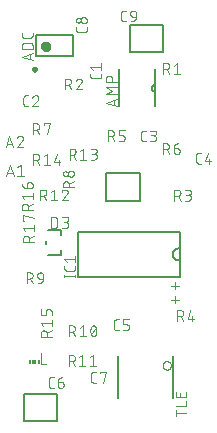
<source format=gbr>
G04 EAGLE Gerber RS-274X export*
G75*
%MOMM*%
%FSLAX34Y34*%
%LPD*%
%INSilkscreen Top*%
%IPPOS*%
%AMOC8*
5,1,8,0,0,1.08239X$1,22.5*%
G01*
%ADD10C,0.076200*%
%ADD11C,0.150000*%
%ADD12C,0.400000*%
%ADD13C,0.250000*%
%ADD14C,0.152400*%
%ADD15C,0.203200*%
%ADD16C,0.127000*%
%ADD17R,0.150000X0.300000*%
%ADD18R,0.300000X0.300000*%
%ADD19C,0.101600*%
%ADD20C,0.050800*%


D10*
X179026Y108381D02*
X179026Y114540D01*
X182106Y111460D02*
X175947Y111460D01*
X179026Y120381D02*
X179026Y126540D01*
X182106Y123460D02*
X175947Y123460D01*
D11*
X92500Y318000D02*
X92500Y336000D01*
X61500Y336000D02*
X61500Y318000D01*
X61500Y336000D02*
X92500Y336000D01*
X92500Y318000D02*
X61500Y318000D01*
D12*
X67500Y326000D02*
X67502Y326089D01*
X67508Y326178D01*
X67518Y326267D01*
X67532Y326355D01*
X67549Y326442D01*
X67571Y326528D01*
X67597Y326614D01*
X67626Y326698D01*
X67659Y326781D01*
X67695Y326862D01*
X67736Y326942D01*
X67779Y327019D01*
X67826Y327095D01*
X67877Y327168D01*
X67930Y327239D01*
X67987Y327308D01*
X68047Y327374D01*
X68110Y327438D01*
X68175Y327498D01*
X68243Y327556D01*
X68314Y327610D01*
X68387Y327661D01*
X68462Y327709D01*
X68539Y327754D01*
X68618Y327795D01*
X68699Y327832D01*
X68781Y327866D01*
X68865Y327897D01*
X68950Y327923D01*
X69036Y327946D01*
X69123Y327964D01*
X69211Y327979D01*
X69300Y327990D01*
X69389Y327997D01*
X69478Y328000D01*
X69567Y327999D01*
X69656Y327994D01*
X69744Y327985D01*
X69833Y327972D01*
X69920Y327955D01*
X70007Y327935D01*
X70093Y327910D01*
X70177Y327882D01*
X70260Y327850D01*
X70342Y327814D01*
X70422Y327775D01*
X70500Y327732D01*
X70576Y327686D01*
X70650Y327636D01*
X70722Y327583D01*
X70791Y327527D01*
X70858Y327468D01*
X70922Y327406D01*
X70983Y327342D01*
X71042Y327274D01*
X71097Y327204D01*
X71149Y327132D01*
X71198Y327057D01*
X71243Y326981D01*
X71285Y326902D01*
X71323Y326822D01*
X71358Y326740D01*
X71389Y326656D01*
X71417Y326571D01*
X71440Y326485D01*
X71460Y326398D01*
X71476Y326311D01*
X71488Y326222D01*
X71496Y326134D01*
X71500Y326045D01*
X71500Y325955D01*
X71496Y325866D01*
X71488Y325778D01*
X71476Y325689D01*
X71460Y325602D01*
X71440Y325515D01*
X71417Y325429D01*
X71389Y325344D01*
X71358Y325260D01*
X71323Y325178D01*
X71285Y325098D01*
X71243Y325019D01*
X71198Y324943D01*
X71149Y324868D01*
X71097Y324796D01*
X71042Y324726D01*
X70983Y324658D01*
X70922Y324594D01*
X70858Y324532D01*
X70791Y324473D01*
X70722Y324417D01*
X70650Y324364D01*
X70576Y324314D01*
X70500Y324268D01*
X70422Y324225D01*
X70342Y324186D01*
X70260Y324150D01*
X70177Y324118D01*
X70093Y324090D01*
X70007Y324065D01*
X69920Y324045D01*
X69833Y324028D01*
X69744Y324015D01*
X69656Y324006D01*
X69567Y324001D01*
X69478Y324000D01*
X69389Y324003D01*
X69300Y324010D01*
X69211Y324021D01*
X69123Y324036D01*
X69036Y324054D01*
X68950Y324077D01*
X68865Y324103D01*
X68781Y324134D01*
X68699Y324168D01*
X68618Y324205D01*
X68539Y324246D01*
X68462Y324291D01*
X68387Y324339D01*
X68314Y324390D01*
X68243Y324444D01*
X68175Y324502D01*
X68110Y324562D01*
X68047Y324626D01*
X67987Y324692D01*
X67930Y324761D01*
X67877Y324832D01*
X67826Y324905D01*
X67779Y324981D01*
X67736Y325058D01*
X67695Y325138D01*
X67659Y325219D01*
X67626Y325302D01*
X67597Y325386D01*
X67571Y325472D01*
X67549Y325558D01*
X67532Y325645D01*
X67518Y325733D01*
X67508Y325822D01*
X67502Y325911D01*
X67500Y326000D01*
D13*
X59000Y306750D02*
X59002Y306820D01*
X59008Y306890D01*
X59018Y306959D01*
X59031Y307028D01*
X59049Y307096D01*
X59070Y307163D01*
X59095Y307228D01*
X59124Y307292D01*
X59156Y307355D01*
X59192Y307415D01*
X59231Y307473D01*
X59273Y307529D01*
X59318Y307583D01*
X59366Y307634D01*
X59417Y307682D01*
X59471Y307727D01*
X59527Y307769D01*
X59585Y307808D01*
X59645Y307844D01*
X59708Y307876D01*
X59772Y307905D01*
X59837Y307930D01*
X59904Y307951D01*
X59972Y307969D01*
X60041Y307982D01*
X60110Y307992D01*
X60180Y307998D01*
X60250Y308000D01*
X60320Y307998D01*
X60390Y307992D01*
X60459Y307982D01*
X60528Y307969D01*
X60596Y307951D01*
X60663Y307930D01*
X60728Y307905D01*
X60792Y307876D01*
X60855Y307844D01*
X60915Y307808D01*
X60973Y307769D01*
X61029Y307727D01*
X61083Y307682D01*
X61134Y307634D01*
X61182Y307583D01*
X61227Y307529D01*
X61269Y307473D01*
X61308Y307415D01*
X61344Y307355D01*
X61376Y307292D01*
X61405Y307228D01*
X61430Y307163D01*
X61451Y307096D01*
X61469Y307028D01*
X61482Y306959D01*
X61492Y306890D01*
X61498Y306820D01*
X61500Y306750D01*
X61498Y306680D01*
X61492Y306610D01*
X61482Y306541D01*
X61469Y306472D01*
X61451Y306404D01*
X61430Y306337D01*
X61405Y306272D01*
X61376Y306208D01*
X61344Y306145D01*
X61308Y306085D01*
X61269Y306027D01*
X61227Y305971D01*
X61182Y305917D01*
X61134Y305866D01*
X61083Y305818D01*
X61029Y305773D01*
X60973Y305731D01*
X60915Y305692D01*
X60855Y305656D01*
X60792Y305624D01*
X60728Y305595D01*
X60663Y305570D01*
X60596Y305549D01*
X60528Y305531D01*
X60459Y305518D01*
X60390Y305508D01*
X60320Y305502D01*
X60250Y305500D01*
X60180Y305502D01*
X60110Y305508D01*
X60041Y305518D01*
X59972Y305531D01*
X59904Y305549D01*
X59837Y305570D01*
X59772Y305595D01*
X59708Y305624D01*
X59645Y305656D01*
X59585Y305692D01*
X59527Y305731D01*
X59471Y305773D01*
X59417Y305818D01*
X59366Y305866D01*
X59318Y305917D01*
X59273Y305971D01*
X59231Y306027D01*
X59192Y306085D01*
X59156Y306145D01*
X59124Y306208D01*
X59095Y306272D01*
X59070Y306337D01*
X59049Y306404D01*
X59031Y306472D01*
X59018Y306541D01*
X59008Y306610D01*
X59002Y306680D01*
X59000Y306750D01*
D10*
X58453Y314306D02*
X49215Y317385D01*
X58453Y320465D01*
X56143Y319695D02*
X56143Y315076D01*
X58453Y324119D02*
X49215Y324119D01*
X49215Y326685D01*
X49217Y326783D01*
X49223Y326881D01*
X49232Y326979D01*
X49245Y327077D01*
X49262Y327174D01*
X49282Y327270D01*
X49307Y327365D01*
X49335Y327459D01*
X49366Y327552D01*
X49401Y327644D01*
X49440Y327735D01*
X49481Y327824D01*
X49527Y327911D01*
X49575Y327996D01*
X49627Y328080D01*
X49682Y328161D01*
X49740Y328241D01*
X49801Y328318D01*
X49865Y328392D01*
X49932Y328464D01*
X50002Y328534D01*
X50074Y328601D01*
X50148Y328665D01*
X50225Y328726D01*
X50305Y328784D01*
X50386Y328839D01*
X50470Y328891D01*
X50555Y328939D01*
X50642Y328985D01*
X50731Y329026D01*
X50822Y329065D01*
X50914Y329100D01*
X51007Y329131D01*
X51101Y329159D01*
X51196Y329184D01*
X51292Y329204D01*
X51389Y329221D01*
X51487Y329234D01*
X51585Y329243D01*
X51683Y329249D01*
X51781Y329251D01*
X55887Y329251D01*
X55985Y329249D01*
X56083Y329243D01*
X56181Y329234D01*
X56279Y329221D01*
X56376Y329204D01*
X56472Y329184D01*
X56567Y329159D01*
X56661Y329131D01*
X56754Y329100D01*
X56846Y329065D01*
X56937Y329026D01*
X57026Y328985D01*
X57113Y328939D01*
X57198Y328891D01*
X57282Y328839D01*
X57363Y328784D01*
X57443Y328726D01*
X57520Y328665D01*
X57594Y328601D01*
X57666Y328534D01*
X57736Y328464D01*
X57803Y328392D01*
X57867Y328318D01*
X57928Y328241D01*
X57986Y328161D01*
X58041Y328080D01*
X58093Y327996D01*
X58141Y327911D01*
X58187Y327824D01*
X58228Y327735D01*
X58267Y327644D01*
X58302Y327552D01*
X58333Y327459D01*
X58361Y327365D01*
X58386Y327270D01*
X58406Y327174D01*
X58423Y327077D01*
X58436Y326979D01*
X58445Y326881D01*
X58451Y326783D01*
X58453Y326685D01*
X58453Y324119D01*
X58453Y335446D02*
X58453Y337499D01*
X58453Y335446D02*
X58451Y335356D01*
X58445Y335267D01*
X58435Y335178D01*
X58422Y335090D01*
X58404Y335002D01*
X58383Y334915D01*
X58358Y334829D01*
X58329Y334744D01*
X58297Y334660D01*
X58261Y334578D01*
X58221Y334498D01*
X58178Y334420D01*
X58131Y334343D01*
X58082Y334268D01*
X58029Y334196D01*
X57973Y334126D01*
X57914Y334059D01*
X57852Y333994D01*
X57787Y333932D01*
X57720Y333873D01*
X57650Y333817D01*
X57578Y333764D01*
X57503Y333715D01*
X57427Y333668D01*
X57348Y333625D01*
X57268Y333585D01*
X57186Y333549D01*
X57102Y333517D01*
X57017Y333488D01*
X56931Y333463D01*
X56844Y333442D01*
X56756Y333424D01*
X56668Y333411D01*
X56579Y333401D01*
X56490Y333395D01*
X56400Y333393D01*
X56400Y333394D02*
X51268Y333394D01*
X51178Y333396D01*
X51089Y333402D01*
X51000Y333412D01*
X50912Y333425D01*
X50824Y333443D01*
X50737Y333464D01*
X50651Y333489D01*
X50566Y333518D01*
X50482Y333550D01*
X50400Y333586D01*
X50320Y333626D01*
X50242Y333669D01*
X50165Y333716D01*
X50090Y333765D01*
X50018Y333818D01*
X49948Y333874D01*
X49881Y333933D01*
X49816Y333995D01*
X49754Y334060D01*
X49695Y334127D01*
X49639Y334197D01*
X49586Y334269D01*
X49537Y334344D01*
X49490Y334420D01*
X49447Y334499D01*
X49407Y334579D01*
X49371Y334661D01*
X49339Y334745D01*
X49310Y334830D01*
X49285Y334916D01*
X49264Y335003D01*
X49246Y335090D01*
X49233Y335179D01*
X49223Y335268D01*
X49217Y335357D01*
X49215Y335447D01*
X49215Y335446D02*
X49215Y337499D01*
X116610Y302995D02*
X116610Y300942D01*
X116608Y300852D01*
X116602Y300763D01*
X116592Y300674D01*
X116579Y300586D01*
X116561Y300498D01*
X116540Y300411D01*
X116515Y300325D01*
X116486Y300240D01*
X116454Y300156D01*
X116418Y300074D01*
X116378Y299994D01*
X116335Y299916D01*
X116288Y299839D01*
X116239Y299764D01*
X116186Y299692D01*
X116130Y299622D01*
X116071Y299555D01*
X116009Y299490D01*
X115944Y299428D01*
X115877Y299369D01*
X115807Y299313D01*
X115735Y299260D01*
X115660Y299211D01*
X115584Y299164D01*
X115505Y299121D01*
X115425Y299081D01*
X115343Y299045D01*
X115259Y299013D01*
X115174Y298984D01*
X115088Y298959D01*
X115001Y298938D01*
X114913Y298920D01*
X114825Y298907D01*
X114736Y298897D01*
X114647Y298891D01*
X114557Y298889D01*
X109425Y298889D01*
X109335Y298891D01*
X109246Y298897D01*
X109157Y298907D01*
X109069Y298920D01*
X108981Y298938D01*
X108894Y298959D01*
X108808Y298984D01*
X108723Y299013D01*
X108639Y299045D01*
X108557Y299081D01*
X108477Y299121D01*
X108399Y299164D01*
X108322Y299211D01*
X108247Y299260D01*
X108175Y299313D01*
X108105Y299369D01*
X108038Y299428D01*
X107973Y299490D01*
X107911Y299555D01*
X107852Y299622D01*
X107796Y299692D01*
X107743Y299764D01*
X107694Y299839D01*
X107647Y299915D01*
X107604Y299994D01*
X107564Y300074D01*
X107528Y300156D01*
X107496Y300240D01*
X107467Y300325D01*
X107442Y300411D01*
X107421Y300498D01*
X107403Y300585D01*
X107390Y300674D01*
X107380Y300763D01*
X107374Y300852D01*
X107372Y300942D01*
X107372Y302995D01*
X109425Y306415D02*
X107372Y308981D01*
X116610Y308981D01*
X116610Y306415D02*
X116610Y311547D01*
X54834Y275370D02*
X52782Y275370D01*
X52692Y275372D01*
X52603Y275378D01*
X52514Y275388D01*
X52426Y275401D01*
X52338Y275419D01*
X52251Y275440D01*
X52165Y275465D01*
X52080Y275494D01*
X51996Y275526D01*
X51914Y275562D01*
X51834Y275602D01*
X51756Y275645D01*
X51679Y275692D01*
X51604Y275741D01*
X51532Y275794D01*
X51462Y275850D01*
X51395Y275909D01*
X51330Y275971D01*
X51268Y276036D01*
X51209Y276103D01*
X51153Y276173D01*
X51100Y276245D01*
X51051Y276320D01*
X51004Y276397D01*
X50961Y276475D01*
X50921Y276555D01*
X50885Y276637D01*
X50853Y276721D01*
X50824Y276806D01*
X50799Y276892D01*
X50778Y276979D01*
X50760Y277067D01*
X50747Y277155D01*
X50737Y277244D01*
X50731Y277333D01*
X50729Y277423D01*
X50729Y282555D01*
X50731Y282645D01*
X50737Y282734D01*
X50747Y282823D01*
X50760Y282911D01*
X50778Y282999D01*
X50799Y283086D01*
X50824Y283172D01*
X50853Y283257D01*
X50885Y283341D01*
X50921Y283423D01*
X50961Y283503D01*
X51004Y283581D01*
X51051Y283658D01*
X51100Y283733D01*
X51153Y283805D01*
X51209Y283875D01*
X51268Y283942D01*
X51330Y284007D01*
X51395Y284069D01*
X51462Y284128D01*
X51532Y284184D01*
X51604Y284237D01*
X51679Y284286D01*
X51755Y284333D01*
X51834Y284376D01*
X51914Y284416D01*
X51996Y284452D01*
X52080Y284484D01*
X52165Y284513D01*
X52251Y284538D01*
X52338Y284559D01*
X52425Y284577D01*
X52514Y284590D01*
X52603Y284600D01*
X52692Y284606D01*
X52782Y284608D01*
X54834Y284608D01*
X61077Y284609D02*
X61170Y284607D01*
X61263Y284602D01*
X61355Y284592D01*
X61448Y284579D01*
X61539Y284562D01*
X61630Y284542D01*
X61720Y284518D01*
X61809Y284490D01*
X61896Y284459D01*
X61982Y284424D01*
X62067Y284386D01*
X62151Y284344D01*
X62232Y284300D01*
X62312Y284251D01*
X62389Y284200D01*
X62465Y284146D01*
X62538Y284088D01*
X62609Y284028D01*
X62677Y283965D01*
X62743Y283899D01*
X62806Y283831D01*
X62866Y283760D01*
X62924Y283687D01*
X62978Y283611D01*
X63029Y283534D01*
X63078Y283454D01*
X63122Y283373D01*
X63164Y283289D01*
X63202Y283204D01*
X63237Y283118D01*
X63268Y283031D01*
X63296Y282942D01*
X63320Y282852D01*
X63340Y282761D01*
X63357Y282670D01*
X63370Y282577D01*
X63380Y282485D01*
X63385Y282392D01*
X63387Y282299D01*
X61077Y284608D02*
X60970Y284606D01*
X60864Y284600D01*
X60758Y284591D01*
X60652Y284577D01*
X60547Y284560D01*
X60442Y284539D01*
X60339Y284515D01*
X60236Y284486D01*
X60134Y284454D01*
X60034Y284419D01*
X59935Y284379D01*
X59837Y284336D01*
X59741Y284290D01*
X59647Y284240D01*
X59554Y284187D01*
X59464Y284131D01*
X59375Y284071D01*
X59289Y284009D01*
X59205Y283943D01*
X59124Y283874D01*
X59045Y283803D01*
X58968Y283728D01*
X58895Y283651D01*
X58824Y283572D01*
X58756Y283489D01*
X58691Y283405D01*
X58629Y283318D01*
X58571Y283229D01*
X58515Y283138D01*
X58463Y283045D01*
X58414Y282950D01*
X58369Y282854D01*
X58327Y282755D01*
X58289Y282656D01*
X58254Y282555D01*
X62617Y280502D02*
X62685Y280570D01*
X62750Y280640D01*
X62813Y280712D01*
X62873Y280787D01*
X62930Y280864D01*
X62983Y280943D01*
X63034Y281024D01*
X63082Y281107D01*
X63126Y281191D01*
X63167Y281278D01*
X63205Y281366D01*
X63239Y281455D01*
X63270Y281546D01*
X63297Y281637D01*
X63321Y281730D01*
X63341Y281824D01*
X63358Y281918D01*
X63370Y282013D01*
X63380Y282108D01*
X63385Y282203D01*
X63387Y282299D01*
X62617Y280502D02*
X58254Y275370D01*
X63386Y275370D01*
X152416Y245566D02*
X154469Y245566D01*
X152416Y245566D02*
X152326Y245568D01*
X152237Y245574D01*
X152148Y245584D01*
X152060Y245597D01*
X151972Y245615D01*
X151885Y245636D01*
X151799Y245661D01*
X151714Y245690D01*
X151630Y245722D01*
X151548Y245758D01*
X151468Y245798D01*
X151390Y245841D01*
X151313Y245888D01*
X151238Y245937D01*
X151166Y245990D01*
X151096Y246046D01*
X151029Y246105D01*
X150964Y246167D01*
X150902Y246232D01*
X150843Y246299D01*
X150787Y246369D01*
X150734Y246441D01*
X150685Y246516D01*
X150638Y246593D01*
X150595Y246671D01*
X150555Y246751D01*
X150519Y246833D01*
X150487Y246917D01*
X150458Y247002D01*
X150433Y247088D01*
X150412Y247175D01*
X150394Y247263D01*
X150381Y247351D01*
X150371Y247440D01*
X150365Y247529D01*
X150363Y247619D01*
X150363Y252751D01*
X150365Y252841D01*
X150371Y252930D01*
X150381Y253019D01*
X150394Y253107D01*
X150412Y253195D01*
X150433Y253282D01*
X150458Y253368D01*
X150487Y253453D01*
X150519Y253537D01*
X150555Y253619D01*
X150595Y253699D01*
X150638Y253777D01*
X150685Y253854D01*
X150734Y253929D01*
X150787Y254001D01*
X150843Y254071D01*
X150902Y254138D01*
X150964Y254203D01*
X151029Y254265D01*
X151096Y254324D01*
X151166Y254380D01*
X151238Y254433D01*
X151313Y254482D01*
X151389Y254529D01*
X151468Y254572D01*
X151548Y254612D01*
X151630Y254648D01*
X151714Y254680D01*
X151799Y254709D01*
X151885Y254734D01*
X151972Y254755D01*
X152059Y254773D01*
X152148Y254786D01*
X152237Y254796D01*
X152326Y254802D01*
X152416Y254804D01*
X154469Y254804D01*
X157889Y245566D02*
X160455Y245566D01*
X160554Y245568D01*
X160654Y245574D01*
X160753Y245583D01*
X160851Y245597D01*
X160949Y245614D01*
X161047Y245635D01*
X161143Y245660D01*
X161238Y245689D01*
X161333Y245721D01*
X161425Y245757D01*
X161517Y245796D01*
X161607Y245839D01*
X161695Y245885D01*
X161781Y245935D01*
X161865Y245988D01*
X161947Y246044D01*
X162027Y246104D01*
X162104Y246166D01*
X162179Y246232D01*
X162252Y246300D01*
X162321Y246371D01*
X162388Y246445D01*
X162452Y246521D01*
X162513Y246600D01*
X162571Y246681D01*
X162626Y246764D01*
X162677Y246849D01*
X162725Y246936D01*
X162770Y247025D01*
X162811Y247116D01*
X162849Y247208D01*
X162883Y247301D01*
X162913Y247396D01*
X162940Y247492D01*
X162963Y247589D01*
X162982Y247686D01*
X162997Y247785D01*
X163009Y247884D01*
X163017Y247983D01*
X163021Y248082D01*
X163021Y248182D01*
X163017Y248281D01*
X163009Y248380D01*
X162997Y248479D01*
X162982Y248578D01*
X162963Y248675D01*
X162940Y248772D01*
X162913Y248868D01*
X162883Y248963D01*
X162849Y249056D01*
X162811Y249148D01*
X162770Y249239D01*
X162725Y249328D01*
X162677Y249415D01*
X162626Y249500D01*
X162571Y249583D01*
X162513Y249664D01*
X162452Y249743D01*
X162388Y249819D01*
X162321Y249893D01*
X162252Y249964D01*
X162179Y250032D01*
X162104Y250098D01*
X162027Y250160D01*
X161947Y250220D01*
X161865Y250276D01*
X161781Y250329D01*
X161695Y250379D01*
X161607Y250425D01*
X161517Y250468D01*
X161425Y250507D01*
X161333Y250543D01*
X161238Y250575D01*
X161143Y250604D01*
X161047Y250629D01*
X160949Y250650D01*
X160851Y250667D01*
X160753Y250681D01*
X160654Y250690D01*
X160554Y250696D01*
X160455Y250698D01*
X160968Y254804D02*
X157889Y254804D01*
X160968Y254804D02*
X161058Y254802D01*
X161147Y254796D01*
X161236Y254786D01*
X161324Y254773D01*
X161412Y254755D01*
X161499Y254734D01*
X161585Y254709D01*
X161670Y254680D01*
X161754Y254648D01*
X161836Y254612D01*
X161916Y254572D01*
X161995Y254529D01*
X162071Y254482D01*
X162146Y254433D01*
X162218Y254380D01*
X162288Y254324D01*
X162355Y254265D01*
X162420Y254203D01*
X162482Y254138D01*
X162541Y254071D01*
X162597Y254001D01*
X162650Y253929D01*
X162699Y253854D01*
X162746Y253778D01*
X162789Y253699D01*
X162829Y253619D01*
X162865Y253537D01*
X162897Y253453D01*
X162926Y253368D01*
X162951Y253282D01*
X162972Y253195D01*
X162990Y253107D01*
X163003Y253019D01*
X163013Y252930D01*
X163019Y252841D01*
X163021Y252751D01*
X163019Y252661D01*
X163013Y252572D01*
X163003Y252483D01*
X162990Y252395D01*
X162972Y252307D01*
X162951Y252220D01*
X162926Y252134D01*
X162897Y252049D01*
X162865Y251965D01*
X162829Y251883D01*
X162789Y251803D01*
X162746Y251725D01*
X162699Y251648D01*
X162650Y251573D01*
X162597Y251501D01*
X162541Y251431D01*
X162482Y251364D01*
X162420Y251299D01*
X162355Y251237D01*
X162288Y251178D01*
X162218Y251122D01*
X162146Y251069D01*
X162071Y251020D01*
X161995Y250973D01*
X161916Y250930D01*
X161836Y250890D01*
X161754Y250854D01*
X161670Y250822D01*
X161585Y250793D01*
X161499Y250768D01*
X161412Y250747D01*
X161324Y250729D01*
X161236Y250716D01*
X161147Y250706D01*
X161058Y250700D01*
X160968Y250698D01*
X160968Y250699D02*
X158915Y250699D01*
X199138Y226651D02*
X201191Y226651D01*
X199138Y226651D02*
X199048Y226653D01*
X198959Y226659D01*
X198870Y226669D01*
X198782Y226682D01*
X198694Y226700D01*
X198607Y226721D01*
X198521Y226746D01*
X198436Y226775D01*
X198352Y226807D01*
X198270Y226843D01*
X198190Y226883D01*
X198112Y226926D01*
X198035Y226973D01*
X197960Y227022D01*
X197888Y227075D01*
X197818Y227131D01*
X197751Y227190D01*
X197686Y227252D01*
X197624Y227317D01*
X197565Y227384D01*
X197509Y227454D01*
X197456Y227526D01*
X197407Y227601D01*
X197360Y227678D01*
X197317Y227756D01*
X197277Y227836D01*
X197241Y227918D01*
X197209Y228002D01*
X197180Y228087D01*
X197155Y228173D01*
X197134Y228260D01*
X197116Y228348D01*
X197103Y228436D01*
X197093Y228525D01*
X197087Y228614D01*
X197085Y228704D01*
X197086Y228704D02*
X197086Y233836D01*
X197085Y233836D02*
X197087Y233926D01*
X197093Y234015D01*
X197103Y234104D01*
X197116Y234192D01*
X197134Y234280D01*
X197155Y234367D01*
X197180Y234453D01*
X197209Y234538D01*
X197241Y234622D01*
X197277Y234704D01*
X197317Y234784D01*
X197360Y234862D01*
X197407Y234939D01*
X197456Y235014D01*
X197509Y235086D01*
X197565Y235156D01*
X197624Y235223D01*
X197686Y235288D01*
X197751Y235350D01*
X197818Y235409D01*
X197888Y235465D01*
X197960Y235518D01*
X198035Y235567D01*
X198111Y235614D01*
X198190Y235657D01*
X198270Y235697D01*
X198352Y235733D01*
X198436Y235765D01*
X198521Y235794D01*
X198607Y235819D01*
X198694Y235840D01*
X198781Y235858D01*
X198870Y235871D01*
X198959Y235881D01*
X199048Y235887D01*
X199138Y235889D01*
X201191Y235889D01*
X206664Y235889D02*
X204611Y228704D01*
X209743Y228704D01*
X208204Y230757D02*
X208204Y226651D01*
X131389Y85613D02*
X129336Y85613D01*
X129336Y85612D02*
X129246Y85614D01*
X129157Y85620D01*
X129068Y85630D01*
X128980Y85643D01*
X128892Y85661D01*
X128805Y85682D01*
X128719Y85707D01*
X128634Y85736D01*
X128550Y85768D01*
X128468Y85804D01*
X128388Y85844D01*
X128310Y85887D01*
X128233Y85934D01*
X128158Y85983D01*
X128086Y86036D01*
X128016Y86092D01*
X127949Y86151D01*
X127884Y86213D01*
X127822Y86278D01*
X127763Y86345D01*
X127707Y86415D01*
X127654Y86487D01*
X127605Y86562D01*
X127558Y86639D01*
X127515Y86717D01*
X127475Y86797D01*
X127439Y86879D01*
X127407Y86963D01*
X127378Y87048D01*
X127353Y87134D01*
X127332Y87221D01*
X127314Y87309D01*
X127301Y87397D01*
X127291Y87486D01*
X127285Y87575D01*
X127283Y87665D01*
X127283Y92798D01*
X127285Y92888D01*
X127291Y92977D01*
X127301Y93066D01*
X127314Y93154D01*
X127332Y93242D01*
X127353Y93329D01*
X127378Y93415D01*
X127407Y93500D01*
X127439Y93584D01*
X127475Y93666D01*
X127515Y93746D01*
X127558Y93824D01*
X127605Y93901D01*
X127654Y93976D01*
X127707Y94048D01*
X127763Y94118D01*
X127822Y94185D01*
X127884Y94250D01*
X127949Y94312D01*
X128016Y94371D01*
X128086Y94427D01*
X128158Y94480D01*
X128233Y94529D01*
X128309Y94576D01*
X128388Y94619D01*
X128468Y94659D01*
X128550Y94695D01*
X128634Y94727D01*
X128719Y94756D01*
X128805Y94781D01*
X128892Y94802D01*
X128979Y94820D01*
X129068Y94833D01*
X129157Y94843D01*
X129246Y94849D01*
X129336Y94851D01*
X131389Y94851D01*
X134809Y85613D02*
X137888Y85613D01*
X137888Y85612D02*
X137978Y85614D01*
X138067Y85620D01*
X138156Y85630D01*
X138244Y85643D01*
X138332Y85661D01*
X138419Y85682D01*
X138505Y85707D01*
X138590Y85736D01*
X138674Y85768D01*
X138756Y85804D01*
X138836Y85844D01*
X138914Y85887D01*
X138991Y85934D01*
X139066Y85983D01*
X139138Y86036D01*
X139208Y86092D01*
X139275Y86151D01*
X139340Y86213D01*
X139402Y86278D01*
X139461Y86345D01*
X139517Y86415D01*
X139570Y86487D01*
X139619Y86562D01*
X139666Y86638D01*
X139709Y86717D01*
X139749Y86797D01*
X139785Y86879D01*
X139817Y86963D01*
X139846Y87048D01*
X139871Y87134D01*
X139892Y87221D01*
X139910Y87308D01*
X139923Y87397D01*
X139933Y87486D01*
X139939Y87575D01*
X139941Y87665D01*
X139941Y88692D01*
X139939Y88782D01*
X139933Y88871D01*
X139923Y88960D01*
X139910Y89048D01*
X139892Y89136D01*
X139871Y89223D01*
X139846Y89309D01*
X139817Y89394D01*
X139785Y89478D01*
X139749Y89560D01*
X139709Y89640D01*
X139666Y89719D01*
X139619Y89795D01*
X139570Y89870D01*
X139517Y89942D01*
X139461Y90012D01*
X139402Y90079D01*
X139340Y90144D01*
X139275Y90206D01*
X139208Y90265D01*
X139138Y90321D01*
X139066Y90374D01*
X138991Y90423D01*
X138915Y90470D01*
X138836Y90513D01*
X138756Y90553D01*
X138674Y90589D01*
X138590Y90621D01*
X138505Y90650D01*
X138419Y90675D01*
X138332Y90696D01*
X138244Y90714D01*
X138156Y90727D01*
X138067Y90737D01*
X137978Y90743D01*
X137888Y90745D01*
X134809Y90745D01*
X134809Y94851D01*
X139941Y94851D01*
X76204Y36704D02*
X74151Y36704D01*
X74061Y36706D01*
X73972Y36712D01*
X73883Y36722D01*
X73795Y36735D01*
X73707Y36753D01*
X73620Y36774D01*
X73534Y36799D01*
X73449Y36828D01*
X73365Y36860D01*
X73283Y36896D01*
X73203Y36936D01*
X73125Y36979D01*
X73048Y37026D01*
X72973Y37075D01*
X72901Y37128D01*
X72831Y37184D01*
X72764Y37243D01*
X72699Y37305D01*
X72637Y37370D01*
X72578Y37437D01*
X72522Y37507D01*
X72469Y37579D01*
X72420Y37654D01*
X72373Y37731D01*
X72330Y37809D01*
X72290Y37889D01*
X72254Y37971D01*
X72222Y38055D01*
X72193Y38140D01*
X72168Y38226D01*
X72147Y38313D01*
X72129Y38401D01*
X72116Y38489D01*
X72106Y38578D01*
X72100Y38667D01*
X72098Y38757D01*
X72099Y38757D02*
X72099Y43889D01*
X72101Y43979D01*
X72107Y44068D01*
X72117Y44157D01*
X72130Y44245D01*
X72148Y44333D01*
X72169Y44420D01*
X72194Y44506D01*
X72223Y44591D01*
X72255Y44675D01*
X72291Y44757D01*
X72331Y44837D01*
X72374Y44915D01*
X72421Y44992D01*
X72470Y45067D01*
X72523Y45139D01*
X72579Y45209D01*
X72638Y45276D01*
X72700Y45341D01*
X72765Y45403D01*
X72832Y45462D01*
X72902Y45518D01*
X72974Y45571D01*
X73049Y45620D01*
X73125Y45667D01*
X73204Y45710D01*
X73284Y45750D01*
X73366Y45786D01*
X73450Y45818D01*
X73535Y45847D01*
X73621Y45872D01*
X73708Y45893D01*
X73795Y45911D01*
X73884Y45924D01*
X73973Y45934D01*
X74062Y45940D01*
X74152Y45942D01*
X74151Y45942D02*
X76204Y45942D01*
X79624Y41836D02*
X82703Y41836D01*
X82793Y41834D01*
X82882Y41828D01*
X82971Y41818D01*
X83059Y41805D01*
X83147Y41787D01*
X83234Y41766D01*
X83320Y41741D01*
X83405Y41712D01*
X83489Y41680D01*
X83571Y41644D01*
X83651Y41604D01*
X83730Y41561D01*
X83806Y41514D01*
X83881Y41465D01*
X83953Y41412D01*
X84023Y41356D01*
X84090Y41297D01*
X84155Y41235D01*
X84217Y41170D01*
X84276Y41103D01*
X84332Y41033D01*
X84385Y40961D01*
X84434Y40886D01*
X84481Y40810D01*
X84524Y40731D01*
X84564Y40651D01*
X84600Y40569D01*
X84632Y40485D01*
X84661Y40400D01*
X84686Y40314D01*
X84707Y40227D01*
X84725Y40139D01*
X84738Y40051D01*
X84748Y39962D01*
X84754Y39873D01*
X84756Y39783D01*
X84756Y39270D01*
X84754Y39171D01*
X84748Y39071D01*
X84739Y38972D01*
X84725Y38874D01*
X84708Y38776D01*
X84687Y38678D01*
X84662Y38582D01*
X84633Y38487D01*
X84601Y38392D01*
X84565Y38300D01*
X84526Y38208D01*
X84483Y38118D01*
X84437Y38030D01*
X84387Y37944D01*
X84334Y37860D01*
X84278Y37778D01*
X84218Y37698D01*
X84156Y37621D01*
X84090Y37546D01*
X84022Y37473D01*
X83951Y37404D01*
X83877Y37337D01*
X83801Y37273D01*
X83722Y37212D01*
X83641Y37154D01*
X83558Y37099D01*
X83473Y37048D01*
X83386Y37000D01*
X83297Y36955D01*
X83206Y36914D01*
X83114Y36876D01*
X83021Y36842D01*
X82926Y36812D01*
X82830Y36785D01*
X82733Y36762D01*
X82636Y36743D01*
X82537Y36728D01*
X82438Y36716D01*
X82339Y36708D01*
X82240Y36704D01*
X82140Y36704D01*
X82041Y36708D01*
X81942Y36716D01*
X81843Y36728D01*
X81744Y36743D01*
X81647Y36762D01*
X81550Y36785D01*
X81454Y36812D01*
X81359Y36842D01*
X81266Y36876D01*
X81174Y36914D01*
X81083Y36955D01*
X80994Y37000D01*
X80907Y37048D01*
X80822Y37099D01*
X80739Y37154D01*
X80658Y37212D01*
X80579Y37273D01*
X80503Y37337D01*
X80429Y37404D01*
X80358Y37473D01*
X80290Y37546D01*
X80224Y37621D01*
X80162Y37698D01*
X80102Y37778D01*
X80046Y37860D01*
X79993Y37944D01*
X79943Y38030D01*
X79897Y38118D01*
X79854Y38208D01*
X79815Y38300D01*
X79779Y38392D01*
X79747Y38487D01*
X79718Y38582D01*
X79693Y38678D01*
X79672Y38776D01*
X79655Y38874D01*
X79641Y38972D01*
X79632Y39071D01*
X79626Y39171D01*
X79624Y39270D01*
X79624Y41836D01*
X79626Y41962D01*
X79632Y42089D01*
X79642Y42215D01*
X79655Y42341D01*
X79673Y42466D01*
X79694Y42590D01*
X79719Y42714D01*
X79748Y42838D01*
X79781Y42960D01*
X79817Y43081D01*
X79857Y43201D01*
X79901Y43319D01*
X79949Y43436D01*
X80000Y43552D01*
X80054Y43666D01*
X80113Y43779D01*
X80174Y43889D01*
X80239Y43998D01*
X80307Y44104D01*
X80379Y44208D01*
X80453Y44310D01*
X80531Y44410D01*
X80612Y44507D01*
X80696Y44602D01*
X80782Y44694D01*
X80872Y44784D01*
X80964Y44870D01*
X81059Y44954D01*
X81156Y45035D01*
X81256Y45113D01*
X81358Y45187D01*
X81462Y45259D01*
X81568Y45327D01*
X81677Y45392D01*
X81787Y45453D01*
X81900Y45512D01*
X82014Y45566D01*
X82130Y45617D01*
X82247Y45665D01*
X82365Y45709D01*
X82485Y45749D01*
X82606Y45785D01*
X82728Y45818D01*
X82852Y45847D01*
X82975Y45872D01*
X83100Y45893D01*
X83225Y45911D01*
X83351Y45924D01*
X83477Y45934D01*
X83604Y45940D01*
X83730Y45942D01*
X109973Y41361D02*
X112026Y41361D01*
X109973Y41361D02*
X109883Y41363D01*
X109794Y41369D01*
X109705Y41379D01*
X109617Y41392D01*
X109529Y41410D01*
X109442Y41431D01*
X109356Y41456D01*
X109271Y41485D01*
X109187Y41517D01*
X109105Y41553D01*
X109025Y41593D01*
X108947Y41636D01*
X108870Y41683D01*
X108795Y41732D01*
X108723Y41785D01*
X108653Y41841D01*
X108586Y41900D01*
X108521Y41962D01*
X108459Y42027D01*
X108400Y42094D01*
X108344Y42164D01*
X108291Y42236D01*
X108242Y42311D01*
X108195Y42388D01*
X108152Y42466D01*
X108112Y42546D01*
X108076Y42628D01*
X108044Y42712D01*
X108015Y42797D01*
X107990Y42883D01*
X107969Y42970D01*
X107951Y43058D01*
X107938Y43146D01*
X107928Y43235D01*
X107922Y43324D01*
X107920Y43414D01*
X107920Y48546D01*
X107922Y48636D01*
X107928Y48725D01*
X107938Y48814D01*
X107951Y48902D01*
X107969Y48990D01*
X107990Y49077D01*
X108015Y49163D01*
X108044Y49248D01*
X108076Y49332D01*
X108112Y49414D01*
X108152Y49494D01*
X108195Y49572D01*
X108242Y49649D01*
X108291Y49724D01*
X108344Y49796D01*
X108400Y49866D01*
X108459Y49933D01*
X108521Y49998D01*
X108586Y50060D01*
X108653Y50119D01*
X108723Y50175D01*
X108795Y50228D01*
X108870Y50277D01*
X108946Y50324D01*
X109025Y50367D01*
X109105Y50407D01*
X109187Y50443D01*
X109271Y50475D01*
X109356Y50504D01*
X109442Y50529D01*
X109529Y50550D01*
X109616Y50568D01*
X109705Y50581D01*
X109794Y50591D01*
X109883Y50597D01*
X109973Y50599D01*
X112026Y50599D01*
X115446Y50599D02*
X115446Y49573D01*
X115446Y50599D02*
X120578Y50599D01*
X118012Y41361D01*
X104419Y340201D02*
X104419Y342254D01*
X104419Y340201D02*
X104417Y340111D01*
X104411Y340022D01*
X104401Y339933D01*
X104388Y339845D01*
X104370Y339757D01*
X104349Y339670D01*
X104324Y339584D01*
X104295Y339499D01*
X104263Y339415D01*
X104227Y339333D01*
X104187Y339253D01*
X104144Y339175D01*
X104097Y339098D01*
X104048Y339023D01*
X103995Y338951D01*
X103939Y338881D01*
X103880Y338814D01*
X103818Y338749D01*
X103753Y338687D01*
X103686Y338628D01*
X103616Y338572D01*
X103544Y338519D01*
X103469Y338470D01*
X103393Y338423D01*
X103314Y338380D01*
X103234Y338340D01*
X103152Y338304D01*
X103068Y338272D01*
X102983Y338243D01*
X102897Y338218D01*
X102810Y338197D01*
X102722Y338179D01*
X102634Y338166D01*
X102545Y338156D01*
X102456Y338150D01*
X102366Y338148D01*
X97234Y338148D01*
X97144Y338150D01*
X97055Y338156D01*
X96966Y338166D01*
X96878Y338179D01*
X96790Y338197D01*
X96703Y338218D01*
X96617Y338243D01*
X96532Y338272D01*
X96448Y338304D01*
X96366Y338340D01*
X96286Y338380D01*
X96208Y338423D01*
X96131Y338470D01*
X96056Y338519D01*
X95984Y338572D01*
X95914Y338628D01*
X95847Y338687D01*
X95782Y338749D01*
X95720Y338814D01*
X95661Y338881D01*
X95605Y338951D01*
X95552Y339023D01*
X95503Y339098D01*
X95456Y339174D01*
X95413Y339253D01*
X95373Y339333D01*
X95337Y339415D01*
X95305Y339499D01*
X95276Y339584D01*
X95251Y339670D01*
X95230Y339757D01*
X95212Y339844D01*
X95199Y339933D01*
X95189Y340022D01*
X95183Y340111D01*
X95181Y340201D01*
X95181Y342254D01*
X101853Y345674D02*
X101754Y345676D01*
X101654Y345682D01*
X101555Y345691D01*
X101457Y345705D01*
X101359Y345722D01*
X101261Y345743D01*
X101165Y345768D01*
X101070Y345797D01*
X100975Y345829D01*
X100883Y345865D01*
X100791Y345904D01*
X100701Y345947D01*
X100613Y345993D01*
X100527Y346043D01*
X100443Y346096D01*
X100361Y346152D01*
X100281Y346212D01*
X100204Y346274D01*
X100129Y346340D01*
X100056Y346408D01*
X99987Y346479D01*
X99920Y346553D01*
X99856Y346629D01*
X99795Y346708D01*
X99737Y346789D01*
X99682Y346872D01*
X99631Y346957D01*
X99583Y347044D01*
X99538Y347133D01*
X99497Y347224D01*
X99459Y347316D01*
X99425Y347409D01*
X99395Y347504D01*
X99368Y347600D01*
X99345Y347697D01*
X99326Y347794D01*
X99311Y347893D01*
X99299Y347992D01*
X99291Y348091D01*
X99287Y348190D01*
X99287Y348290D01*
X99291Y348389D01*
X99299Y348488D01*
X99311Y348587D01*
X99326Y348686D01*
X99345Y348783D01*
X99368Y348880D01*
X99395Y348976D01*
X99425Y349071D01*
X99459Y349164D01*
X99497Y349256D01*
X99538Y349347D01*
X99583Y349436D01*
X99631Y349523D01*
X99682Y349608D01*
X99737Y349691D01*
X99795Y349772D01*
X99856Y349851D01*
X99920Y349927D01*
X99987Y350001D01*
X100056Y350072D01*
X100129Y350140D01*
X100204Y350206D01*
X100281Y350268D01*
X100361Y350328D01*
X100443Y350384D01*
X100527Y350437D01*
X100613Y350487D01*
X100701Y350533D01*
X100791Y350576D01*
X100883Y350615D01*
X100975Y350651D01*
X101070Y350683D01*
X101165Y350712D01*
X101261Y350737D01*
X101359Y350758D01*
X101457Y350775D01*
X101555Y350789D01*
X101654Y350798D01*
X101754Y350804D01*
X101853Y350806D01*
X101952Y350804D01*
X102052Y350798D01*
X102151Y350789D01*
X102249Y350775D01*
X102347Y350758D01*
X102445Y350737D01*
X102541Y350712D01*
X102636Y350683D01*
X102731Y350651D01*
X102823Y350615D01*
X102915Y350576D01*
X103005Y350533D01*
X103093Y350487D01*
X103179Y350437D01*
X103263Y350384D01*
X103345Y350328D01*
X103425Y350268D01*
X103502Y350206D01*
X103577Y350140D01*
X103650Y350072D01*
X103719Y350001D01*
X103786Y349927D01*
X103850Y349851D01*
X103911Y349772D01*
X103969Y349691D01*
X104024Y349608D01*
X104075Y349523D01*
X104123Y349436D01*
X104168Y349347D01*
X104209Y349256D01*
X104247Y349164D01*
X104281Y349071D01*
X104311Y348976D01*
X104338Y348880D01*
X104361Y348783D01*
X104380Y348686D01*
X104395Y348587D01*
X104407Y348488D01*
X104415Y348389D01*
X104419Y348290D01*
X104419Y348190D01*
X104415Y348091D01*
X104407Y347992D01*
X104395Y347893D01*
X104380Y347794D01*
X104361Y347697D01*
X104338Y347600D01*
X104311Y347504D01*
X104281Y347409D01*
X104247Y347316D01*
X104209Y347224D01*
X104168Y347133D01*
X104123Y347044D01*
X104075Y346957D01*
X104024Y346872D01*
X103969Y346789D01*
X103911Y346708D01*
X103850Y346629D01*
X103786Y346553D01*
X103719Y346479D01*
X103650Y346408D01*
X103577Y346340D01*
X103502Y346274D01*
X103425Y346212D01*
X103345Y346152D01*
X103263Y346096D01*
X103179Y346043D01*
X103093Y345993D01*
X103005Y345947D01*
X102915Y345904D01*
X102823Y345865D01*
X102731Y345829D01*
X102636Y345797D01*
X102541Y345768D01*
X102445Y345743D01*
X102347Y345722D01*
X102249Y345705D01*
X102151Y345691D01*
X102052Y345682D01*
X101952Y345676D01*
X101853Y345674D01*
X97234Y346187D02*
X97144Y346189D01*
X97055Y346195D01*
X96966Y346205D01*
X96878Y346218D01*
X96790Y346236D01*
X96703Y346257D01*
X96617Y346282D01*
X96532Y346311D01*
X96448Y346343D01*
X96366Y346379D01*
X96286Y346419D01*
X96208Y346462D01*
X96131Y346509D01*
X96056Y346558D01*
X95984Y346611D01*
X95914Y346667D01*
X95847Y346726D01*
X95782Y346788D01*
X95720Y346853D01*
X95661Y346920D01*
X95605Y346990D01*
X95552Y347062D01*
X95503Y347137D01*
X95456Y347214D01*
X95413Y347292D01*
X95373Y347372D01*
X95337Y347454D01*
X95305Y347538D01*
X95276Y347623D01*
X95251Y347709D01*
X95230Y347796D01*
X95212Y347884D01*
X95199Y347972D01*
X95189Y348061D01*
X95183Y348150D01*
X95181Y348240D01*
X95183Y348330D01*
X95189Y348419D01*
X95199Y348508D01*
X95212Y348596D01*
X95230Y348684D01*
X95251Y348771D01*
X95276Y348857D01*
X95305Y348942D01*
X95337Y349026D01*
X95373Y349108D01*
X95413Y349188D01*
X95456Y349267D01*
X95503Y349343D01*
X95552Y349418D01*
X95605Y349490D01*
X95661Y349560D01*
X95720Y349627D01*
X95782Y349692D01*
X95847Y349754D01*
X95914Y349813D01*
X95984Y349869D01*
X96056Y349922D01*
X96131Y349971D01*
X96208Y350018D01*
X96286Y350061D01*
X96366Y350101D01*
X96448Y350137D01*
X96532Y350169D01*
X96617Y350198D01*
X96703Y350223D01*
X96790Y350244D01*
X96878Y350262D01*
X96966Y350275D01*
X97055Y350285D01*
X97144Y350291D01*
X97234Y350293D01*
X97324Y350291D01*
X97413Y350285D01*
X97502Y350275D01*
X97590Y350262D01*
X97678Y350244D01*
X97765Y350223D01*
X97851Y350198D01*
X97936Y350169D01*
X98020Y350137D01*
X98102Y350101D01*
X98182Y350061D01*
X98261Y350018D01*
X98337Y349971D01*
X98412Y349922D01*
X98484Y349869D01*
X98554Y349813D01*
X98621Y349754D01*
X98686Y349692D01*
X98748Y349627D01*
X98807Y349560D01*
X98863Y349490D01*
X98916Y349418D01*
X98965Y349343D01*
X99012Y349267D01*
X99055Y349188D01*
X99095Y349108D01*
X99131Y349026D01*
X99163Y348942D01*
X99192Y348857D01*
X99217Y348771D01*
X99238Y348684D01*
X99256Y348596D01*
X99269Y348508D01*
X99279Y348419D01*
X99285Y348330D01*
X99287Y348240D01*
X99285Y348150D01*
X99279Y348061D01*
X99269Y347972D01*
X99256Y347884D01*
X99238Y347796D01*
X99217Y347709D01*
X99192Y347623D01*
X99163Y347538D01*
X99131Y347454D01*
X99095Y347372D01*
X99055Y347292D01*
X99012Y347214D01*
X98965Y347137D01*
X98916Y347062D01*
X98863Y346990D01*
X98807Y346920D01*
X98748Y346853D01*
X98686Y346788D01*
X98621Y346726D01*
X98554Y346667D01*
X98484Y346611D01*
X98412Y346558D01*
X98337Y346509D01*
X98261Y346462D01*
X98182Y346419D01*
X98102Y346379D01*
X98020Y346343D01*
X97936Y346311D01*
X97851Y346282D01*
X97765Y346257D01*
X97678Y346236D01*
X97590Y346218D01*
X97502Y346205D01*
X97413Y346195D01*
X97324Y346189D01*
X97234Y346187D01*
X135653Y347147D02*
X137706Y347147D01*
X135653Y347147D02*
X135563Y347149D01*
X135474Y347155D01*
X135385Y347165D01*
X135297Y347178D01*
X135209Y347196D01*
X135122Y347217D01*
X135036Y347242D01*
X134951Y347271D01*
X134867Y347303D01*
X134785Y347339D01*
X134705Y347379D01*
X134627Y347422D01*
X134550Y347469D01*
X134475Y347518D01*
X134403Y347571D01*
X134333Y347627D01*
X134266Y347686D01*
X134201Y347748D01*
X134139Y347813D01*
X134080Y347880D01*
X134024Y347950D01*
X133971Y348022D01*
X133922Y348097D01*
X133875Y348174D01*
X133832Y348252D01*
X133792Y348332D01*
X133756Y348414D01*
X133724Y348498D01*
X133695Y348583D01*
X133670Y348669D01*
X133649Y348756D01*
X133631Y348844D01*
X133618Y348932D01*
X133608Y349021D01*
X133602Y349110D01*
X133600Y349200D01*
X133601Y349200D02*
X133601Y354332D01*
X133600Y354332D02*
X133602Y354422D01*
X133608Y354511D01*
X133618Y354600D01*
X133631Y354688D01*
X133649Y354776D01*
X133670Y354863D01*
X133695Y354949D01*
X133724Y355034D01*
X133756Y355118D01*
X133792Y355200D01*
X133832Y355280D01*
X133875Y355358D01*
X133922Y355435D01*
X133971Y355510D01*
X134024Y355582D01*
X134080Y355652D01*
X134139Y355719D01*
X134201Y355784D01*
X134266Y355846D01*
X134333Y355905D01*
X134403Y355961D01*
X134475Y356014D01*
X134550Y356063D01*
X134626Y356110D01*
X134705Y356153D01*
X134785Y356193D01*
X134867Y356229D01*
X134951Y356261D01*
X135036Y356290D01*
X135122Y356315D01*
X135209Y356336D01*
X135296Y356354D01*
X135385Y356367D01*
X135474Y356377D01*
X135563Y356383D01*
X135653Y356385D01*
X137706Y356385D01*
X143179Y351253D02*
X146258Y351253D01*
X143179Y351253D02*
X143089Y351255D01*
X143000Y351261D01*
X142911Y351271D01*
X142822Y351284D01*
X142735Y351302D01*
X142648Y351323D01*
X142562Y351348D01*
X142477Y351377D01*
X142393Y351409D01*
X142311Y351445D01*
X142231Y351485D01*
X142152Y351528D01*
X142076Y351575D01*
X142001Y351624D01*
X141929Y351677D01*
X141859Y351733D01*
X141792Y351792D01*
X141727Y351854D01*
X141665Y351919D01*
X141606Y351986D01*
X141550Y352056D01*
X141497Y352128D01*
X141448Y352203D01*
X141401Y352280D01*
X141358Y352358D01*
X141318Y352438D01*
X141282Y352520D01*
X141250Y352604D01*
X141221Y352689D01*
X141196Y352775D01*
X141175Y352862D01*
X141157Y352950D01*
X141144Y353038D01*
X141134Y353127D01*
X141128Y353216D01*
X141126Y353306D01*
X141126Y353819D01*
X141128Y353918D01*
X141134Y354018D01*
X141143Y354117D01*
X141157Y354215D01*
X141174Y354313D01*
X141195Y354411D01*
X141220Y354507D01*
X141249Y354602D01*
X141281Y354697D01*
X141317Y354789D01*
X141356Y354881D01*
X141399Y354971D01*
X141445Y355059D01*
X141495Y355145D01*
X141548Y355229D01*
X141604Y355311D01*
X141664Y355391D01*
X141726Y355468D01*
X141792Y355543D01*
X141860Y355616D01*
X141931Y355685D01*
X142005Y355752D01*
X142081Y355816D01*
X142160Y355877D01*
X142241Y355935D01*
X142324Y355990D01*
X142409Y356041D01*
X142496Y356089D01*
X142585Y356134D01*
X142676Y356175D01*
X142768Y356213D01*
X142861Y356247D01*
X142956Y356277D01*
X143052Y356304D01*
X143149Y356327D01*
X143246Y356346D01*
X143345Y356361D01*
X143444Y356373D01*
X143543Y356381D01*
X143642Y356385D01*
X143742Y356385D01*
X143841Y356381D01*
X143940Y356373D01*
X144039Y356361D01*
X144138Y356346D01*
X144235Y356327D01*
X144332Y356304D01*
X144428Y356277D01*
X144523Y356247D01*
X144616Y356213D01*
X144708Y356175D01*
X144799Y356134D01*
X144888Y356089D01*
X144975Y356041D01*
X145060Y355990D01*
X145143Y355935D01*
X145224Y355877D01*
X145303Y355816D01*
X145379Y355752D01*
X145453Y355685D01*
X145524Y355616D01*
X145592Y355543D01*
X145658Y355468D01*
X145720Y355391D01*
X145780Y355311D01*
X145836Y355229D01*
X145889Y355145D01*
X145939Y355059D01*
X145985Y354971D01*
X146028Y354881D01*
X146067Y354789D01*
X146103Y354697D01*
X146135Y354602D01*
X146164Y354507D01*
X146189Y354411D01*
X146210Y354313D01*
X146227Y354215D01*
X146241Y354117D01*
X146250Y354018D01*
X146256Y353918D01*
X146258Y353819D01*
X146258Y351253D01*
X146256Y351127D01*
X146250Y351000D01*
X146240Y350874D01*
X146227Y350748D01*
X146209Y350623D01*
X146188Y350499D01*
X146163Y350375D01*
X146134Y350251D01*
X146101Y350129D01*
X146065Y350008D01*
X146025Y349888D01*
X145981Y349770D01*
X145933Y349653D01*
X145882Y349537D01*
X145828Y349423D01*
X145769Y349310D01*
X145708Y349200D01*
X145643Y349091D01*
X145575Y348985D01*
X145503Y348881D01*
X145429Y348779D01*
X145351Y348679D01*
X145270Y348582D01*
X145186Y348487D01*
X145100Y348395D01*
X145010Y348305D01*
X144918Y348219D01*
X144823Y348135D01*
X144726Y348054D01*
X144626Y347976D01*
X144524Y347902D01*
X144420Y347830D01*
X144314Y347762D01*
X144205Y347697D01*
X144095Y347636D01*
X143982Y347577D01*
X143868Y347523D01*
X143752Y347472D01*
X143635Y347424D01*
X143517Y347380D01*
X143397Y347340D01*
X143276Y347304D01*
X143154Y347271D01*
X143030Y347242D01*
X142906Y347217D01*
X142782Y347196D01*
X142657Y347178D01*
X142531Y347165D01*
X142405Y347155D01*
X142278Y347149D01*
X142152Y347147D01*
D14*
X82229Y149526D02*
X71271Y149526D01*
X69771Y158354D02*
X69771Y161646D01*
X71271Y170474D02*
X82229Y170474D01*
X82229Y166229D01*
X82229Y153771D02*
X82229Y149526D01*
D10*
X74381Y172381D02*
X74381Y181619D01*
X76947Y181619D01*
X77045Y181617D01*
X77143Y181611D01*
X77241Y181602D01*
X77339Y181589D01*
X77436Y181572D01*
X77532Y181552D01*
X77627Y181527D01*
X77721Y181499D01*
X77814Y181468D01*
X77906Y181433D01*
X77997Y181394D01*
X78086Y181353D01*
X78173Y181307D01*
X78258Y181259D01*
X78342Y181207D01*
X78423Y181152D01*
X78503Y181094D01*
X78580Y181033D01*
X78654Y180969D01*
X78726Y180902D01*
X78796Y180832D01*
X78863Y180760D01*
X78927Y180686D01*
X78988Y180609D01*
X79046Y180529D01*
X79101Y180448D01*
X79153Y180364D01*
X79201Y180279D01*
X79247Y180192D01*
X79288Y180103D01*
X79327Y180012D01*
X79362Y179920D01*
X79393Y179827D01*
X79421Y179733D01*
X79446Y179638D01*
X79466Y179542D01*
X79483Y179445D01*
X79496Y179347D01*
X79505Y179249D01*
X79511Y179151D01*
X79513Y179053D01*
X79513Y174947D01*
X79511Y174849D01*
X79505Y174751D01*
X79496Y174653D01*
X79483Y174555D01*
X79466Y174458D01*
X79446Y174362D01*
X79421Y174267D01*
X79393Y174173D01*
X79362Y174080D01*
X79327Y173988D01*
X79288Y173897D01*
X79247Y173808D01*
X79201Y173721D01*
X79153Y173636D01*
X79101Y173552D01*
X79046Y173471D01*
X78988Y173391D01*
X78927Y173314D01*
X78863Y173240D01*
X78796Y173168D01*
X78726Y173098D01*
X78654Y173031D01*
X78580Y172967D01*
X78503Y172906D01*
X78423Y172848D01*
X78342Y172793D01*
X78258Y172741D01*
X78173Y172693D01*
X78086Y172647D01*
X77997Y172606D01*
X77906Y172567D01*
X77814Y172532D01*
X77721Y172501D01*
X77627Y172473D01*
X77532Y172448D01*
X77436Y172428D01*
X77339Y172411D01*
X77241Y172398D01*
X77143Y172389D01*
X77045Y172383D01*
X76947Y172381D01*
X74381Y172381D01*
X83681Y172381D02*
X86247Y172381D01*
X86346Y172383D01*
X86446Y172389D01*
X86545Y172398D01*
X86643Y172412D01*
X86741Y172429D01*
X86839Y172450D01*
X86935Y172475D01*
X87030Y172504D01*
X87125Y172536D01*
X87217Y172572D01*
X87309Y172611D01*
X87399Y172654D01*
X87487Y172700D01*
X87573Y172750D01*
X87657Y172803D01*
X87739Y172859D01*
X87819Y172919D01*
X87896Y172981D01*
X87971Y173047D01*
X88044Y173115D01*
X88113Y173186D01*
X88180Y173260D01*
X88244Y173336D01*
X88305Y173415D01*
X88363Y173496D01*
X88418Y173579D01*
X88469Y173664D01*
X88517Y173751D01*
X88562Y173840D01*
X88603Y173931D01*
X88641Y174023D01*
X88675Y174116D01*
X88705Y174211D01*
X88732Y174307D01*
X88755Y174404D01*
X88774Y174501D01*
X88789Y174600D01*
X88801Y174699D01*
X88809Y174798D01*
X88813Y174897D01*
X88813Y174997D01*
X88809Y175096D01*
X88801Y175195D01*
X88789Y175294D01*
X88774Y175393D01*
X88755Y175490D01*
X88732Y175587D01*
X88705Y175683D01*
X88675Y175778D01*
X88641Y175871D01*
X88603Y175963D01*
X88562Y176054D01*
X88517Y176143D01*
X88469Y176230D01*
X88418Y176315D01*
X88363Y176398D01*
X88305Y176479D01*
X88244Y176558D01*
X88180Y176634D01*
X88113Y176708D01*
X88044Y176779D01*
X87971Y176847D01*
X87896Y176913D01*
X87819Y176975D01*
X87739Y177035D01*
X87657Y177091D01*
X87573Y177144D01*
X87487Y177194D01*
X87399Y177240D01*
X87309Y177283D01*
X87217Y177322D01*
X87125Y177358D01*
X87030Y177390D01*
X86935Y177419D01*
X86839Y177444D01*
X86741Y177465D01*
X86643Y177482D01*
X86545Y177496D01*
X86446Y177505D01*
X86346Y177511D01*
X86247Y177513D01*
X86760Y181619D02*
X83681Y181619D01*
X86760Y181619D02*
X86850Y181617D01*
X86939Y181611D01*
X87028Y181601D01*
X87116Y181588D01*
X87204Y181570D01*
X87291Y181549D01*
X87377Y181524D01*
X87462Y181495D01*
X87546Y181463D01*
X87628Y181427D01*
X87708Y181387D01*
X87787Y181344D01*
X87863Y181297D01*
X87938Y181248D01*
X88010Y181195D01*
X88080Y181139D01*
X88147Y181080D01*
X88212Y181018D01*
X88274Y180953D01*
X88333Y180886D01*
X88389Y180816D01*
X88442Y180744D01*
X88491Y180669D01*
X88538Y180593D01*
X88581Y180514D01*
X88621Y180434D01*
X88657Y180352D01*
X88689Y180268D01*
X88718Y180183D01*
X88743Y180097D01*
X88764Y180010D01*
X88782Y179922D01*
X88795Y179834D01*
X88805Y179745D01*
X88811Y179656D01*
X88813Y179566D01*
X88811Y179476D01*
X88805Y179387D01*
X88795Y179298D01*
X88782Y179210D01*
X88764Y179122D01*
X88743Y179035D01*
X88718Y178949D01*
X88689Y178864D01*
X88657Y178780D01*
X88621Y178698D01*
X88581Y178618D01*
X88538Y178540D01*
X88491Y178463D01*
X88442Y178388D01*
X88389Y178316D01*
X88333Y178246D01*
X88274Y178179D01*
X88212Y178114D01*
X88147Y178052D01*
X88080Y177993D01*
X88010Y177937D01*
X87938Y177884D01*
X87863Y177835D01*
X87787Y177788D01*
X87708Y177745D01*
X87628Y177705D01*
X87546Y177669D01*
X87462Y177637D01*
X87377Y177608D01*
X87291Y177583D01*
X87204Y177562D01*
X87116Y177544D01*
X87028Y177531D01*
X86939Y177521D01*
X86850Y177515D01*
X86760Y177513D01*
X84707Y177513D01*
D15*
X96950Y169000D02*
X183050Y169000D01*
X183050Y131000D01*
X96950Y131000D02*
X96950Y169000D01*
X96950Y131000D02*
X183050Y131000D01*
D16*
X182100Y145000D02*
X181960Y145002D01*
X181820Y145008D01*
X181680Y145018D01*
X181540Y145031D01*
X181401Y145049D01*
X181262Y145071D01*
X181125Y145096D01*
X180987Y145125D01*
X180851Y145158D01*
X180716Y145195D01*
X180582Y145236D01*
X180449Y145281D01*
X180317Y145329D01*
X180187Y145381D01*
X180058Y145436D01*
X179931Y145495D01*
X179805Y145558D01*
X179681Y145624D01*
X179560Y145693D01*
X179440Y145766D01*
X179322Y145843D01*
X179207Y145922D01*
X179093Y146005D01*
X178983Y146091D01*
X178874Y146180D01*
X178768Y146272D01*
X178665Y146367D01*
X178564Y146464D01*
X178467Y146565D01*
X178372Y146668D01*
X178280Y146774D01*
X178191Y146883D01*
X178105Y146993D01*
X178022Y147107D01*
X177943Y147222D01*
X177866Y147340D01*
X177793Y147460D01*
X177724Y147581D01*
X177658Y147705D01*
X177595Y147831D01*
X177536Y147958D01*
X177481Y148087D01*
X177429Y148217D01*
X177381Y148349D01*
X177336Y148482D01*
X177295Y148616D01*
X177258Y148751D01*
X177225Y148887D01*
X177196Y149025D01*
X177171Y149162D01*
X177149Y149301D01*
X177131Y149440D01*
X177118Y149580D01*
X177108Y149720D01*
X177102Y149860D01*
X177100Y150000D01*
X177102Y150140D01*
X177108Y150280D01*
X177118Y150420D01*
X177131Y150560D01*
X177149Y150699D01*
X177171Y150838D01*
X177196Y150975D01*
X177225Y151113D01*
X177258Y151249D01*
X177295Y151384D01*
X177336Y151518D01*
X177381Y151651D01*
X177429Y151783D01*
X177481Y151913D01*
X177536Y152042D01*
X177595Y152169D01*
X177658Y152295D01*
X177724Y152419D01*
X177793Y152540D01*
X177866Y152660D01*
X177943Y152778D01*
X178022Y152893D01*
X178105Y153007D01*
X178191Y153117D01*
X178280Y153226D01*
X178372Y153332D01*
X178467Y153435D01*
X178564Y153536D01*
X178665Y153633D01*
X178768Y153728D01*
X178874Y153820D01*
X178983Y153909D01*
X179093Y153995D01*
X179207Y154078D01*
X179322Y154157D01*
X179440Y154234D01*
X179560Y154307D01*
X179681Y154376D01*
X179805Y154442D01*
X179931Y154505D01*
X180058Y154564D01*
X180187Y154619D01*
X180317Y154671D01*
X180449Y154719D01*
X180582Y154764D01*
X180716Y154805D01*
X180851Y154842D01*
X180987Y154875D01*
X181125Y154904D01*
X181262Y154929D01*
X181401Y154951D01*
X181540Y154969D01*
X181680Y154982D01*
X181820Y154992D01*
X181960Y154998D01*
X182100Y155000D01*
D10*
X94619Y131407D02*
X85381Y131407D01*
X94619Y130381D02*
X94619Y132434D01*
X85381Y132434D02*
X85381Y130381D01*
X94619Y138069D02*
X94619Y140122D01*
X94619Y138069D02*
X94617Y137979D01*
X94611Y137890D01*
X94601Y137801D01*
X94588Y137713D01*
X94570Y137625D01*
X94549Y137538D01*
X94524Y137452D01*
X94495Y137367D01*
X94463Y137283D01*
X94427Y137201D01*
X94387Y137121D01*
X94344Y137043D01*
X94297Y136966D01*
X94248Y136891D01*
X94195Y136819D01*
X94139Y136749D01*
X94080Y136682D01*
X94018Y136617D01*
X93953Y136555D01*
X93886Y136496D01*
X93816Y136440D01*
X93744Y136387D01*
X93669Y136338D01*
X93593Y136291D01*
X93514Y136248D01*
X93434Y136208D01*
X93352Y136172D01*
X93268Y136140D01*
X93183Y136111D01*
X93097Y136086D01*
X93010Y136065D01*
X92922Y136047D01*
X92834Y136034D01*
X92745Y136024D01*
X92656Y136018D01*
X92566Y136016D01*
X87434Y136016D01*
X87344Y136018D01*
X87255Y136024D01*
X87166Y136034D01*
X87078Y136047D01*
X86990Y136065D01*
X86903Y136086D01*
X86817Y136111D01*
X86732Y136140D01*
X86648Y136172D01*
X86566Y136208D01*
X86486Y136248D01*
X86408Y136291D01*
X86331Y136338D01*
X86256Y136387D01*
X86184Y136440D01*
X86114Y136496D01*
X86047Y136555D01*
X85982Y136617D01*
X85920Y136682D01*
X85861Y136749D01*
X85805Y136819D01*
X85752Y136891D01*
X85703Y136966D01*
X85656Y137042D01*
X85613Y137121D01*
X85573Y137201D01*
X85537Y137283D01*
X85505Y137367D01*
X85476Y137452D01*
X85451Y137538D01*
X85430Y137625D01*
X85412Y137712D01*
X85399Y137801D01*
X85389Y137890D01*
X85383Y137979D01*
X85381Y138069D01*
X85381Y140122D01*
X87434Y143541D02*
X85381Y146107D01*
X94619Y146107D01*
X94619Y143541D02*
X94619Y148674D01*
X36140Y216653D02*
X39219Y225891D01*
X42298Y216653D01*
X41529Y218963D02*
X36910Y218963D01*
X45653Y223839D02*
X48219Y225891D01*
X48219Y216653D01*
X45653Y216653D02*
X50785Y216653D01*
X35610Y241123D02*
X38689Y250361D01*
X41768Y241123D01*
X40998Y243433D02*
X36379Y243433D01*
X47946Y250362D02*
X48039Y250360D01*
X48132Y250355D01*
X48224Y250345D01*
X48317Y250332D01*
X48408Y250315D01*
X48499Y250295D01*
X48589Y250271D01*
X48678Y250243D01*
X48765Y250212D01*
X48851Y250177D01*
X48936Y250139D01*
X49020Y250097D01*
X49101Y250053D01*
X49181Y250004D01*
X49258Y249953D01*
X49334Y249899D01*
X49407Y249841D01*
X49478Y249781D01*
X49546Y249718D01*
X49612Y249652D01*
X49675Y249584D01*
X49735Y249513D01*
X49793Y249440D01*
X49847Y249364D01*
X49898Y249287D01*
X49947Y249207D01*
X49991Y249126D01*
X50033Y249042D01*
X50071Y248957D01*
X50106Y248871D01*
X50137Y248784D01*
X50165Y248695D01*
X50189Y248605D01*
X50209Y248514D01*
X50226Y248423D01*
X50239Y248330D01*
X50249Y248238D01*
X50254Y248145D01*
X50256Y248052D01*
X47946Y250361D02*
X47839Y250359D01*
X47733Y250353D01*
X47627Y250344D01*
X47521Y250330D01*
X47416Y250313D01*
X47311Y250292D01*
X47208Y250268D01*
X47105Y250239D01*
X47003Y250207D01*
X46903Y250172D01*
X46804Y250132D01*
X46706Y250089D01*
X46610Y250043D01*
X46516Y249993D01*
X46423Y249940D01*
X46333Y249884D01*
X46244Y249824D01*
X46158Y249762D01*
X46074Y249696D01*
X45993Y249627D01*
X45914Y249556D01*
X45837Y249481D01*
X45764Y249404D01*
X45693Y249325D01*
X45625Y249242D01*
X45560Y249158D01*
X45498Y249071D01*
X45440Y248982D01*
X45384Y248891D01*
X45332Y248798D01*
X45283Y248703D01*
X45238Y248607D01*
X45196Y248508D01*
X45158Y248409D01*
X45123Y248308D01*
X49486Y246255D02*
X49554Y246323D01*
X49619Y246393D01*
X49682Y246465D01*
X49742Y246540D01*
X49799Y246617D01*
X49852Y246696D01*
X49903Y246777D01*
X49951Y246860D01*
X49995Y246944D01*
X50036Y247031D01*
X50074Y247119D01*
X50108Y247208D01*
X50139Y247299D01*
X50166Y247390D01*
X50190Y247483D01*
X50210Y247577D01*
X50227Y247671D01*
X50239Y247766D01*
X50249Y247861D01*
X50254Y247956D01*
X50256Y248052D01*
X49485Y246255D02*
X45123Y241123D01*
X50255Y241123D01*
D17*
X63750Y58500D03*
X56250Y58500D03*
D18*
X60000Y58500D03*
D10*
X65381Y57381D02*
X65381Y66619D01*
X65381Y57381D02*
X69487Y57381D01*
D14*
X131506Y275506D02*
X131506Y306494D01*
X162494Y287952D02*
X162494Y275506D01*
X162494Y287952D02*
X162494Y294048D01*
X162494Y306494D01*
X162494Y294048D02*
X162385Y294046D01*
X162277Y294040D01*
X162168Y294031D01*
X162060Y294017D01*
X161953Y294000D01*
X161846Y293978D01*
X161740Y293953D01*
X161635Y293925D01*
X161531Y293892D01*
X161429Y293856D01*
X161328Y293816D01*
X161228Y293773D01*
X161130Y293726D01*
X161033Y293675D01*
X160939Y293621D01*
X160846Y293564D01*
X160756Y293504D01*
X160667Y293440D01*
X160581Y293373D01*
X160498Y293304D01*
X160417Y293231D01*
X160339Y293155D01*
X160263Y293077D01*
X160190Y292996D01*
X160121Y292913D01*
X160054Y292827D01*
X159990Y292738D01*
X159930Y292648D01*
X159873Y292555D01*
X159819Y292461D01*
X159768Y292364D01*
X159721Y292266D01*
X159678Y292166D01*
X159638Y292065D01*
X159602Y291963D01*
X159569Y291859D01*
X159541Y291754D01*
X159516Y291648D01*
X159494Y291541D01*
X159477Y291434D01*
X159463Y291326D01*
X159454Y291217D01*
X159448Y291109D01*
X159446Y291000D01*
X159448Y290891D01*
X159454Y290783D01*
X159463Y290674D01*
X159477Y290566D01*
X159494Y290459D01*
X159516Y290352D01*
X159541Y290246D01*
X159569Y290141D01*
X159602Y290037D01*
X159638Y289935D01*
X159678Y289834D01*
X159721Y289734D01*
X159768Y289636D01*
X159819Y289539D01*
X159873Y289445D01*
X159930Y289352D01*
X159990Y289262D01*
X160054Y289173D01*
X160121Y289087D01*
X160190Y289004D01*
X160263Y288923D01*
X160339Y288845D01*
X160417Y288769D01*
X160498Y288696D01*
X160581Y288627D01*
X160667Y288560D01*
X160756Y288496D01*
X160846Y288436D01*
X160939Y288379D01*
X161033Y288325D01*
X161130Y288274D01*
X161228Y288227D01*
X161328Y288184D01*
X161429Y288144D01*
X161531Y288108D01*
X161635Y288075D01*
X161740Y288047D01*
X161846Y288022D01*
X161953Y288000D01*
X162060Y287983D01*
X162168Y287969D01*
X162277Y287960D01*
X162385Y287954D01*
X162494Y287952D01*
D19*
X129492Y275508D02*
X120508Y278503D01*
X129492Y281497D01*
X127246Y280749D02*
X127246Y276257D01*
X129492Y285408D02*
X120508Y285408D01*
X125499Y288403D01*
X120508Y291397D01*
X129492Y291397D01*
X129492Y296258D02*
X120508Y296258D01*
X120508Y298754D01*
X120510Y298853D01*
X120516Y298952D01*
X120526Y299051D01*
X120540Y299149D01*
X120557Y299247D01*
X120579Y299344D01*
X120604Y299440D01*
X120633Y299535D01*
X120666Y299628D01*
X120703Y299721D01*
X120743Y299811D01*
X120787Y299900D01*
X120834Y299988D01*
X120885Y300073D01*
X120939Y300156D01*
X120996Y300237D01*
X121057Y300316D01*
X121121Y300392D01*
X121187Y300466D01*
X121257Y300536D01*
X121329Y300604D01*
X121404Y300670D01*
X121481Y300732D01*
X121561Y300791D01*
X121643Y300846D01*
X121727Y300899D01*
X121814Y300948D01*
X121902Y300994D01*
X121992Y301036D01*
X122083Y301074D01*
X122176Y301109D01*
X122271Y301140D01*
X122366Y301167D01*
X122462Y301191D01*
X122560Y301210D01*
X122658Y301226D01*
X122756Y301238D01*
X122855Y301246D01*
X122954Y301250D01*
X123054Y301250D01*
X123153Y301246D01*
X123252Y301238D01*
X123350Y301226D01*
X123448Y301210D01*
X123546Y301191D01*
X123642Y301167D01*
X123737Y301140D01*
X123832Y301109D01*
X123925Y301074D01*
X124016Y301036D01*
X124106Y300994D01*
X124194Y300948D01*
X124281Y300899D01*
X124365Y300846D01*
X124447Y300791D01*
X124527Y300732D01*
X124604Y300670D01*
X124679Y300604D01*
X124751Y300536D01*
X124821Y300466D01*
X124887Y300392D01*
X124951Y300316D01*
X125012Y300237D01*
X125069Y300156D01*
X125123Y300073D01*
X125174Y299988D01*
X125221Y299900D01*
X125265Y299811D01*
X125305Y299721D01*
X125342Y299628D01*
X125375Y299535D01*
X125404Y299440D01*
X125429Y299344D01*
X125451Y299247D01*
X125468Y299149D01*
X125482Y299051D01*
X125492Y298952D01*
X125498Y298853D01*
X125500Y298754D01*
X125499Y298754D02*
X125499Y296258D01*
D10*
X169216Y302546D02*
X169216Y311784D01*
X171782Y311784D01*
X171881Y311782D01*
X171981Y311776D01*
X172080Y311767D01*
X172178Y311753D01*
X172276Y311736D01*
X172374Y311715D01*
X172470Y311690D01*
X172565Y311661D01*
X172660Y311629D01*
X172752Y311593D01*
X172844Y311554D01*
X172934Y311511D01*
X173022Y311465D01*
X173108Y311415D01*
X173192Y311362D01*
X173274Y311306D01*
X173354Y311246D01*
X173431Y311184D01*
X173506Y311118D01*
X173579Y311050D01*
X173648Y310979D01*
X173715Y310905D01*
X173779Y310829D01*
X173840Y310750D01*
X173898Y310669D01*
X173953Y310586D01*
X174004Y310501D01*
X174052Y310414D01*
X174097Y310325D01*
X174138Y310234D01*
X174176Y310142D01*
X174210Y310049D01*
X174240Y309954D01*
X174267Y309858D01*
X174290Y309761D01*
X174309Y309664D01*
X174324Y309565D01*
X174336Y309466D01*
X174344Y309367D01*
X174348Y309268D01*
X174348Y309168D01*
X174344Y309069D01*
X174336Y308970D01*
X174324Y308871D01*
X174309Y308772D01*
X174290Y308675D01*
X174267Y308578D01*
X174240Y308482D01*
X174210Y308387D01*
X174176Y308294D01*
X174138Y308202D01*
X174097Y308111D01*
X174052Y308022D01*
X174004Y307935D01*
X173953Y307850D01*
X173898Y307767D01*
X173840Y307686D01*
X173779Y307607D01*
X173715Y307531D01*
X173648Y307457D01*
X173579Y307386D01*
X173506Y307318D01*
X173431Y307252D01*
X173354Y307190D01*
X173274Y307130D01*
X173192Y307074D01*
X173108Y307021D01*
X173022Y306971D01*
X172934Y306925D01*
X172844Y306882D01*
X172752Y306843D01*
X172660Y306807D01*
X172565Y306775D01*
X172470Y306746D01*
X172374Y306721D01*
X172276Y306700D01*
X172178Y306683D01*
X172080Y306669D01*
X171981Y306660D01*
X171881Y306654D01*
X171782Y306652D01*
X169216Y306652D01*
X172296Y306652D02*
X174348Y302546D01*
X178160Y309731D02*
X180726Y311784D01*
X180726Y302546D01*
X178160Y302546D02*
X183292Y302546D01*
X89416Y89728D02*
X89416Y80490D01*
X89416Y89728D02*
X91982Y89728D01*
X92081Y89726D01*
X92181Y89720D01*
X92280Y89711D01*
X92378Y89697D01*
X92476Y89680D01*
X92574Y89659D01*
X92670Y89634D01*
X92765Y89605D01*
X92860Y89573D01*
X92952Y89537D01*
X93044Y89498D01*
X93134Y89455D01*
X93222Y89409D01*
X93308Y89359D01*
X93392Y89306D01*
X93474Y89250D01*
X93554Y89190D01*
X93631Y89128D01*
X93706Y89062D01*
X93779Y88994D01*
X93848Y88923D01*
X93915Y88849D01*
X93979Y88773D01*
X94040Y88694D01*
X94098Y88613D01*
X94153Y88530D01*
X94204Y88445D01*
X94252Y88358D01*
X94297Y88269D01*
X94338Y88178D01*
X94376Y88086D01*
X94410Y87993D01*
X94440Y87898D01*
X94467Y87802D01*
X94490Y87705D01*
X94509Y87608D01*
X94524Y87509D01*
X94536Y87410D01*
X94544Y87311D01*
X94548Y87212D01*
X94548Y87112D01*
X94544Y87013D01*
X94536Y86914D01*
X94524Y86815D01*
X94509Y86716D01*
X94490Y86619D01*
X94467Y86522D01*
X94440Y86426D01*
X94410Y86331D01*
X94376Y86238D01*
X94338Y86146D01*
X94297Y86055D01*
X94252Y85966D01*
X94204Y85879D01*
X94153Y85794D01*
X94098Y85711D01*
X94040Y85630D01*
X93979Y85551D01*
X93915Y85475D01*
X93848Y85401D01*
X93779Y85330D01*
X93706Y85262D01*
X93631Y85196D01*
X93554Y85134D01*
X93474Y85074D01*
X93392Y85018D01*
X93308Y84965D01*
X93222Y84915D01*
X93134Y84869D01*
X93044Y84826D01*
X92952Y84787D01*
X92860Y84751D01*
X92765Y84719D01*
X92670Y84690D01*
X92574Y84665D01*
X92476Y84644D01*
X92378Y84627D01*
X92280Y84613D01*
X92181Y84604D01*
X92081Y84598D01*
X91982Y84596D01*
X89416Y84596D01*
X92496Y84596D02*
X94548Y80490D01*
X98360Y87675D02*
X100926Y89728D01*
X100926Y80490D01*
X98360Y80490D02*
X103492Y80490D01*
X107359Y85109D02*
X107361Y85291D01*
X107368Y85472D01*
X107379Y85654D01*
X107394Y85835D01*
X107413Y86016D01*
X107437Y86196D01*
X107465Y86375D01*
X107497Y86554D01*
X107534Y86732D01*
X107575Y86909D01*
X107620Y87085D01*
X107669Y87260D01*
X107723Y87434D01*
X107780Y87606D01*
X107842Y87777D01*
X107908Y87947D01*
X107977Y88115D01*
X108051Y88281D01*
X108129Y88445D01*
X108130Y88445D02*
X108159Y88524D01*
X108191Y88601D01*
X108227Y88678D01*
X108266Y88752D01*
X108309Y88825D01*
X108355Y88895D01*
X108403Y88964D01*
X108455Y89030D01*
X108510Y89094D01*
X108567Y89156D01*
X108627Y89214D01*
X108690Y89271D01*
X108755Y89324D01*
X108822Y89374D01*
X108892Y89422D01*
X108963Y89466D01*
X109037Y89507D01*
X109112Y89545D01*
X109189Y89579D01*
X109267Y89610D01*
X109346Y89637D01*
X109427Y89661D01*
X109509Y89682D01*
X109591Y89698D01*
X109674Y89711D01*
X109758Y89721D01*
X109842Y89726D01*
X109926Y89728D01*
X110010Y89726D01*
X110094Y89721D01*
X110178Y89711D01*
X110261Y89698D01*
X110343Y89682D01*
X110425Y89661D01*
X110506Y89637D01*
X110585Y89610D01*
X110663Y89579D01*
X110740Y89545D01*
X110815Y89507D01*
X110889Y89466D01*
X110960Y89422D01*
X111030Y89374D01*
X111097Y89324D01*
X111162Y89271D01*
X111225Y89214D01*
X111285Y89155D01*
X111342Y89094D01*
X111397Y89030D01*
X111449Y88964D01*
X111497Y88895D01*
X111543Y88825D01*
X111586Y88752D01*
X111625Y88677D01*
X111661Y88601D01*
X111693Y88524D01*
X111722Y88445D01*
X111800Y88281D01*
X111874Y88115D01*
X111943Y87947D01*
X112009Y87777D01*
X112071Y87606D01*
X112128Y87434D01*
X112182Y87260D01*
X112231Y87085D01*
X112276Y86909D01*
X112317Y86732D01*
X112354Y86554D01*
X112386Y86375D01*
X112414Y86196D01*
X112438Y86016D01*
X112457Y85835D01*
X112472Y85654D01*
X112483Y85472D01*
X112490Y85291D01*
X112492Y85109D01*
X107360Y85109D02*
X107362Y84927D01*
X107369Y84746D01*
X107380Y84564D01*
X107395Y84383D01*
X107414Y84202D01*
X107438Y84022D01*
X107466Y83843D01*
X107498Y83664D01*
X107535Y83486D01*
X107576Y83309D01*
X107621Y83133D01*
X107670Y82958D01*
X107724Y82784D01*
X107781Y82612D01*
X107843Y82441D01*
X107909Y82271D01*
X107978Y82104D01*
X108052Y81937D01*
X108130Y81773D01*
X108159Y81694D01*
X108191Y81617D01*
X108227Y81540D01*
X108266Y81466D01*
X108309Y81393D01*
X108355Y81323D01*
X108403Y81254D01*
X108455Y81188D01*
X108510Y81124D01*
X108567Y81062D01*
X108627Y81004D01*
X108690Y80947D01*
X108755Y80894D01*
X108822Y80844D01*
X108892Y80796D01*
X108963Y80752D01*
X109037Y80711D01*
X109112Y80673D01*
X109189Y80639D01*
X109267Y80608D01*
X109346Y80581D01*
X109427Y80557D01*
X109509Y80536D01*
X109591Y80520D01*
X109674Y80507D01*
X109758Y80497D01*
X109842Y80492D01*
X109926Y80490D01*
X111722Y81773D02*
X111800Y81937D01*
X111874Y82103D01*
X111943Y82271D01*
X112009Y82441D01*
X112071Y82612D01*
X112128Y82784D01*
X112182Y82958D01*
X112231Y83133D01*
X112276Y83309D01*
X112317Y83486D01*
X112354Y83664D01*
X112386Y83843D01*
X112414Y84022D01*
X112438Y84202D01*
X112457Y84383D01*
X112472Y84564D01*
X112483Y84746D01*
X112490Y84927D01*
X112492Y85109D01*
X111722Y81773D02*
X111693Y81694D01*
X111661Y81617D01*
X111625Y81540D01*
X111586Y81466D01*
X111543Y81393D01*
X111497Y81323D01*
X111449Y81254D01*
X111397Y81188D01*
X111342Y81124D01*
X111285Y81062D01*
X111225Y81004D01*
X111162Y80947D01*
X111097Y80894D01*
X111030Y80844D01*
X110960Y80796D01*
X110889Y80752D01*
X110815Y80711D01*
X110740Y80673D01*
X110663Y80639D01*
X110585Y80608D01*
X110506Y80581D01*
X110425Y80557D01*
X110343Y80536D01*
X110261Y80520D01*
X110178Y80507D01*
X110094Y80497D01*
X110010Y80492D01*
X109926Y80490D01*
X107873Y82543D02*
X111979Y87675D01*
X89142Y64728D02*
X89142Y55490D01*
X89142Y64728D02*
X91708Y64728D01*
X91807Y64726D01*
X91907Y64720D01*
X92006Y64711D01*
X92104Y64697D01*
X92202Y64680D01*
X92300Y64659D01*
X92396Y64634D01*
X92491Y64605D01*
X92586Y64573D01*
X92678Y64537D01*
X92770Y64498D01*
X92860Y64455D01*
X92948Y64409D01*
X93034Y64359D01*
X93118Y64306D01*
X93200Y64250D01*
X93280Y64190D01*
X93357Y64128D01*
X93432Y64062D01*
X93505Y63994D01*
X93574Y63923D01*
X93641Y63849D01*
X93705Y63773D01*
X93766Y63694D01*
X93824Y63613D01*
X93879Y63530D01*
X93930Y63445D01*
X93978Y63358D01*
X94023Y63269D01*
X94064Y63178D01*
X94102Y63086D01*
X94136Y62993D01*
X94166Y62898D01*
X94193Y62802D01*
X94216Y62705D01*
X94235Y62608D01*
X94250Y62509D01*
X94262Y62410D01*
X94270Y62311D01*
X94274Y62212D01*
X94274Y62112D01*
X94270Y62013D01*
X94262Y61914D01*
X94250Y61815D01*
X94235Y61716D01*
X94216Y61619D01*
X94193Y61522D01*
X94166Y61426D01*
X94136Y61331D01*
X94102Y61238D01*
X94064Y61146D01*
X94023Y61055D01*
X93978Y60966D01*
X93930Y60879D01*
X93879Y60794D01*
X93824Y60711D01*
X93766Y60630D01*
X93705Y60551D01*
X93641Y60475D01*
X93574Y60401D01*
X93505Y60330D01*
X93432Y60262D01*
X93357Y60196D01*
X93280Y60134D01*
X93200Y60074D01*
X93118Y60018D01*
X93034Y59965D01*
X92948Y59915D01*
X92860Y59869D01*
X92770Y59826D01*
X92678Y59787D01*
X92586Y59751D01*
X92491Y59719D01*
X92396Y59690D01*
X92300Y59665D01*
X92202Y59644D01*
X92104Y59627D01*
X92006Y59613D01*
X91907Y59604D01*
X91807Y59598D01*
X91708Y59596D01*
X89142Y59596D01*
X92221Y59596D02*
X94274Y55490D01*
X98085Y62675D02*
X100651Y64728D01*
X100651Y55490D01*
X98085Y55490D02*
X103217Y55490D01*
X107085Y62675D02*
X109651Y64728D01*
X109651Y55490D01*
X107085Y55490D02*
X112217Y55490D01*
X65028Y195608D02*
X65028Y204846D01*
X67594Y204846D01*
X67693Y204844D01*
X67793Y204838D01*
X67892Y204829D01*
X67990Y204815D01*
X68088Y204798D01*
X68186Y204777D01*
X68282Y204752D01*
X68377Y204723D01*
X68472Y204691D01*
X68564Y204655D01*
X68656Y204616D01*
X68746Y204573D01*
X68834Y204527D01*
X68920Y204477D01*
X69004Y204424D01*
X69086Y204368D01*
X69166Y204308D01*
X69243Y204246D01*
X69318Y204180D01*
X69391Y204112D01*
X69460Y204041D01*
X69527Y203967D01*
X69591Y203891D01*
X69652Y203812D01*
X69710Y203731D01*
X69765Y203648D01*
X69816Y203563D01*
X69864Y203476D01*
X69909Y203387D01*
X69950Y203296D01*
X69988Y203204D01*
X70022Y203111D01*
X70052Y203016D01*
X70079Y202920D01*
X70102Y202823D01*
X70121Y202726D01*
X70136Y202627D01*
X70148Y202528D01*
X70156Y202429D01*
X70160Y202330D01*
X70160Y202230D01*
X70156Y202131D01*
X70148Y202032D01*
X70136Y201933D01*
X70121Y201834D01*
X70102Y201737D01*
X70079Y201640D01*
X70052Y201544D01*
X70022Y201449D01*
X69988Y201356D01*
X69950Y201264D01*
X69909Y201173D01*
X69864Y201084D01*
X69816Y200997D01*
X69765Y200912D01*
X69710Y200829D01*
X69652Y200748D01*
X69591Y200669D01*
X69527Y200593D01*
X69460Y200519D01*
X69391Y200448D01*
X69318Y200380D01*
X69243Y200314D01*
X69166Y200252D01*
X69086Y200192D01*
X69004Y200136D01*
X68920Y200083D01*
X68834Y200033D01*
X68746Y199987D01*
X68656Y199944D01*
X68564Y199905D01*
X68472Y199869D01*
X68377Y199837D01*
X68282Y199808D01*
X68186Y199783D01*
X68088Y199762D01*
X67990Y199745D01*
X67892Y199731D01*
X67793Y199722D01*
X67693Y199716D01*
X67594Y199714D01*
X65028Y199714D01*
X68107Y199714D02*
X70160Y195608D01*
X73971Y202793D02*
X76537Y204846D01*
X76537Y195608D01*
X73971Y195608D02*
X79103Y195608D01*
X88104Y202536D02*
X88102Y202629D01*
X88097Y202722D01*
X88087Y202814D01*
X88074Y202907D01*
X88057Y202998D01*
X88037Y203089D01*
X88013Y203179D01*
X87985Y203268D01*
X87954Y203355D01*
X87919Y203441D01*
X87881Y203526D01*
X87839Y203610D01*
X87795Y203691D01*
X87746Y203771D01*
X87695Y203848D01*
X87641Y203924D01*
X87583Y203997D01*
X87523Y204068D01*
X87460Y204136D01*
X87394Y204202D01*
X87326Y204265D01*
X87255Y204325D01*
X87182Y204383D01*
X87106Y204437D01*
X87029Y204488D01*
X86949Y204537D01*
X86868Y204581D01*
X86784Y204623D01*
X86699Y204661D01*
X86613Y204696D01*
X86526Y204727D01*
X86437Y204755D01*
X86347Y204779D01*
X86256Y204799D01*
X86165Y204816D01*
X86072Y204829D01*
X85980Y204839D01*
X85887Y204844D01*
X85794Y204846D01*
X85687Y204844D01*
X85581Y204838D01*
X85475Y204829D01*
X85369Y204815D01*
X85264Y204798D01*
X85159Y204777D01*
X85056Y204753D01*
X84953Y204724D01*
X84851Y204692D01*
X84751Y204657D01*
X84652Y204617D01*
X84554Y204574D01*
X84458Y204528D01*
X84364Y204478D01*
X84271Y204425D01*
X84181Y204369D01*
X84092Y204309D01*
X84006Y204247D01*
X83922Y204181D01*
X83841Y204112D01*
X83762Y204041D01*
X83685Y203966D01*
X83612Y203889D01*
X83541Y203810D01*
X83473Y203727D01*
X83408Y203643D01*
X83346Y203556D01*
X83288Y203467D01*
X83232Y203376D01*
X83180Y203283D01*
X83131Y203188D01*
X83086Y203092D01*
X83044Y202993D01*
X83006Y202894D01*
X82971Y202793D01*
X87334Y200739D02*
X87402Y200807D01*
X87467Y200877D01*
X87530Y200949D01*
X87590Y201024D01*
X87647Y201101D01*
X87700Y201180D01*
X87751Y201261D01*
X87799Y201344D01*
X87843Y201428D01*
X87884Y201515D01*
X87922Y201603D01*
X87956Y201692D01*
X87987Y201783D01*
X88014Y201874D01*
X88038Y201967D01*
X88058Y202061D01*
X88075Y202155D01*
X88087Y202250D01*
X88097Y202345D01*
X88102Y202440D01*
X88104Y202536D01*
X87334Y200740D02*
X82971Y195608D01*
X88103Y195608D01*
X89713Y230166D02*
X89713Y239404D01*
X92279Y239404D01*
X92378Y239402D01*
X92478Y239396D01*
X92577Y239387D01*
X92675Y239373D01*
X92773Y239356D01*
X92871Y239335D01*
X92967Y239310D01*
X93062Y239281D01*
X93157Y239249D01*
X93249Y239213D01*
X93341Y239174D01*
X93431Y239131D01*
X93519Y239085D01*
X93605Y239035D01*
X93689Y238982D01*
X93771Y238926D01*
X93851Y238866D01*
X93928Y238804D01*
X94003Y238738D01*
X94076Y238670D01*
X94145Y238599D01*
X94212Y238525D01*
X94276Y238449D01*
X94337Y238370D01*
X94395Y238289D01*
X94450Y238206D01*
X94501Y238121D01*
X94549Y238034D01*
X94594Y237945D01*
X94635Y237854D01*
X94673Y237762D01*
X94707Y237669D01*
X94737Y237574D01*
X94764Y237478D01*
X94787Y237381D01*
X94806Y237284D01*
X94821Y237185D01*
X94833Y237086D01*
X94841Y236987D01*
X94845Y236888D01*
X94845Y236788D01*
X94841Y236689D01*
X94833Y236590D01*
X94821Y236491D01*
X94806Y236392D01*
X94787Y236295D01*
X94764Y236198D01*
X94737Y236102D01*
X94707Y236007D01*
X94673Y235914D01*
X94635Y235822D01*
X94594Y235731D01*
X94549Y235642D01*
X94501Y235555D01*
X94450Y235470D01*
X94395Y235387D01*
X94337Y235306D01*
X94276Y235227D01*
X94212Y235151D01*
X94145Y235077D01*
X94076Y235006D01*
X94003Y234938D01*
X93928Y234872D01*
X93851Y234810D01*
X93771Y234750D01*
X93689Y234694D01*
X93605Y234641D01*
X93519Y234591D01*
X93431Y234545D01*
X93341Y234502D01*
X93249Y234463D01*
X93157Y234427D01*
X93062Y234395D01*
X92967Y234366D01*
X92871Y234341D01*
X92773Y234320D01*
X92675Y234303D01*
X92577Y234289D01*
X92478Y234280D01*
X92378Y234274D01*
X92279Y234272D01*
X89713Y234272D01*
X92792Y234272D02*
X94845Y230166D01*
X98656Y237351D02*
X101222Y239404D01*
X101222Y230166D01*
X98656Y230166D02*
X103788Y230166D01*
X107656Y230166D02*
X110222Y230166D01*
X110321Y230168D01*
X110421Y230174D01*
X110520Y230183D01*
X110618Y230197D01*
X110716Y230214D01*
X110814Y230235D01*
X110910Y230260D01*
X111005Y230289D01*
X111100Y230321D01*
X111192Y230357D01*
X111284Y230396D01*
X111374Y230439D01*
X111462Y230485D01*
X111548Y230535D01*
X111632Y230588D01*
X111714Y230644D01*
X111794Y230704D01*
X111871Y230766D01*
X111946Y230832D01*
X112019Y230900D01*
X112088Y230971D01*
X112155Y231045D01*
X112219Y231121D01*
X112280Y231200D01*
X112338Y231281D01*
X112393Y231364D01*
X112444Y231449D01*
X112492Y231536D01*
X112537Y231625D01*
X112578Y231716D01*
X112616Y231808D01*
X112650Y231901D01*
X112680Y231996D01*
X112707Y232092D01*
X112730Y232189D01*
X112749Y232286D01*
X112764Y232385D01*
X112776Y232484D01*
X112784Y232583D01*
X112788Y232682D01*
X112788Y232782D01*
X112784Y232881D01*
X112776Y232980D01*
X112764Y233079D01*
X112749Y233178D01*
X112730Y233275D01*
X112707Y233372D01*
X112680Y233468D01*
X112650Y233563D01*
X112616Y233656D01*
X112578Y233748D01*
X112537Y233839D01*
X112492Y233928D01*
X112444Y234015D01*
X112393Y234100D01*
X112338Y234183D01*
X112280Y234264D01*
X112219Y234343D01*
X112155Y234419D01*
X112088Y234493D01*
X112019Y234564D01*
X111946Y234632D01*
X111871Y234698D01*
X111794Y234760D01*
X111714Y234820D01*
X111632Y234876D01*
X111548Y234929D01*
X111462Y234979D01*
X111374Y235025D01*
X111284Y235068D01*
X111192Y235107D01*
X111100Y235143D01*
X111005Y235175D01*
X110910Y235204D01*
X110814Y235229D01*
X110716Y235250D01*
X110618Y235267D01*
X110520Y235281D01*
X110421Y235290D01*
X110321Y235296D01*
X110222Y235298D01*
X110735Y239404D02*
X107656Y239404D01*
X110735Y239404D02*
X110825Y239402D01*
X110914Y239396D01*
X111003Y239386D01*
X111091Y239373D01*
X111179Y239355D01*
X111266Y239334D01*
X111352Y239309D01*
X111437Y239280D01*
X111521Y239248D01*
X111603Y239212D01*
X111683Y239172D01*
X111762Y239129D01*
X111838Y239082D01*
X111913Y239033D01*
X111985Y238980D01*
X112055Y238924D01*
X112122Y238865D01*
X112187Y238803D01*
X112249Y238738D01*
X112308Y238671D01*
X112364Y238601D01*
X112417Y238529D01*
X112466Y238454D01*
X112513Y238378D01*
X112556Y238299D01*
X112596Y238219D01*
X112632Y238137D01*
X112664Y238053D01*
X112693Y237968D01*
X112718Y237882D01*
X112739Y237795D01*
X112757Y237707D01*
X112770Y237619D01*
X112780Y237530D01*
X112786Y237441D01*
X112788Y237351D01*
X112786Y237261D01*
X112780Y237172D01*
X112770Y237083D01*
X112757Y236995D01*
X112739Y236907D01*
X112718Y236820D01*
X112693Y236734D01*
X112664Y236649D01*
X112632Y236565D01*
X112596Y236483D01*
X112556Y236403D01*
X112513Y236325D01*
X112466Y236248D01*
X112417Y236173D01*
X112364Y236101D01*
X112308Y236031D01*
X112249Y235964D01*
X112187Y235899D01*
X112122Y235837D01*
X112055Y235778D01*
X111985Y235722D01*
X111913Y235669D01*
X111838Y235620D01*
X111762Y235573D01*
X111683Y235530D01*
X111603Y235490D01*
X111521Y235454D01*
X111437Y235422D01*
X111352Y235393D01*
X111266Y235368D01*
X111179Y235347D01*
X111091Y235329D01*
X111003Y235316D01*
X110914Y235306D01*
X110825Y235300D01*
X110735Y235298D01*
X108683Y235298D01*
X58980Y235075D02*
X58980Y225837D01*
X58980Y235075D02*
X61546Y235075D01*
X61645Y235073D01*
X61745Y235067D01*
X61844Y235058D01*
X61942Y235044D01*
X62040Y235027D01*
X62138Y235006D01*
X62234Y234981D01*
X62329Y234952D01*
X62424Y234920D01*
X62516Y234884D01*
X62608Y234845D01*
X62698Y234802D01*
X62786Y234756D01*
X62872Y234706D01*
X62956Y234653D01*
X63038Y234597D01*
X63118Y234537D01*
X63195Y234475D01*
X63270Y234409D01*
X63343Y234341D01*
X63412Y234270D01*
X63479Y234196D01*
X63543Y234120D01*
X63604Y234041D01*
X63662Y233960D01*
X63717Y233877D01*
X63768Y233792D01*
X63816Y233705D01*
X63861Y233616D01*
X63902Y233525D01*
X63940Y233433D01*
X63974Y233340D01*
X64004Y233245D01*
X64031Y233149D01*
X64054Y233052D01*
X64073Y232955D01*
X64088Y232856D01*
X64100Y232757D01*
X64108Y232658D01*
X64112Y232559D01*
X64112Y232459D01*
X64108Y232360D01*
X64100Y232261D01*
X64088Y232162D01*
X64073Y232063D01*
X64054Y231966D01*
X64031Y231869D01*
X64004Y231773D01*
X63974Y231678D01*
X63940Y231585D01*
X63902Y231493D01*
X63861Y231402D01*
X63816Y231313D01*
X63768Y231226D01*
X63717Y231141D01*
X63662Y231058D01*
X63604Y230977D01*
X63543Y230898D01*
X63479Y230822D01*
X63412Y230748D01*
X63343Y230677D01*
X63270Y230609D01*
X63195Y230543D01*
X63118Y230481D01*
X63038Y230421D01*
X62956Y230365D01*
X62872Y230312D01*
X62786Y230262D01*
X62698Y230216D01*
X62608Y230173D01*
X62516Y230134D01*
X62424Y230098D01*
X62329Y230066D01*
X62234Y230037D01*
X62138Y230012D01*
X62040Y229991D01*
X61942Y229974D01*
X61844Y229960D01*
X61745Y229951D01*
X61645Y229945D01*
X61546Y229943D01*
X61546Y229942D02*
X58980Y229942D01*
X62060Y229942D02*
X64112Y225837D01*
X67924Y233022D02*
X70490Y235075D01*
X70490Y225837D01*
X67924Y225837D02*
X73056Y225837D01*
X76924Y227890D02*
X78976Y235075D01*
X76924Y227890D02*
X82056Y227890D01*
X80516Y229942D02*
X80516Y225837D01*
X74619Y80381D02*
X65381Y80381D01*
X65381Y82947D01*
X65383Y83046D01*
X65389Y83146D01*
X65398Y83245D01*
X65412Y83343D01*
X65429Y83441D01*
X65450Y83539D01*
X65475Y83635D01*
X65504Y83730D01*
X65536Y83825D01*
X65572Y83917D01*
X65611Y84009D01*
X65654Y84099D01*
X65700Y84187D01*
X65750Y84273D01*
X65803Y84357D01*
X65859Y84439D01*
X65919Y84519D01*
X65981Y84596D01*
X66047Y84671D01*
X66115Y84744D01*
X66186Y84813D01*
X66260Y84880D01*
X66336Y84944D01*
X66415Y85005D01*
X66496Y85063D01*
X66579Y85118D01*
X66664Y85169D01*
X66751Y85217D01*
X66840Y85262D01*
X66931Y85303D01*
X67023Y85341D01*
X67116Y85375D01*
X67211Y85405D01*
X67307Y85432D01*
X67404Y85455D01*
X67501Y85474D01*
X67600Y85489D01*
X67699Y85501D01*
X67798Y85509D01*
X67897Y85513D01*
X67997Y85513D01*
X68096Y85509D01*
X68195Y85501D01*
X68294Y85489D01*
X68393Y85474D01*
X68490Y85455D01*
X68587Y85432D01*
X68683Y85405D01*
X68778Y85375D01*
X68871Y85341D01*
X68963Y85303D01*
X69054Y85262D01*
X69143Y85217D01*
X69230Y85169D01*
X69315Y85118D01*
X69398Y85063D01*
X69479Y85005D01*
X69558Y84944D01*
X69634Y84880D01*
X69708Y84813D01*
X69779Y84744D01*
X69847Y84671D01*
X69913Y84596D01*
X69975Y84519D01*
X70035Y84439D01*
X70091Y84357D01*
X70144Y84273D01*
X70194Y84187D01*
X70240Y84099D01*
X70283Y84009D01*
X70322Y83917D01*
X70358Y83825D01*
X70390Y83730D01*
X70419Y83635D01*
X70444Y83539D01*
X70465Y83441D01*
X70482Y83343D01*
X70496Y83245D01*
X70505Y83146D01*
X70511Y83046D01*
X70513Y82947D01*
X70513Y80381D01*
X70513Y83460D02*
X74619Y85513D01*
X67434Y89324D02*
X65381Y91890D01*
X74619Y91890D01*
X74619Y89324D02*
X74619Y94457D01*
X74619Y98324D02*
X74619Y101404D01*
X74617Y101494D01*
X74611Y101583D01*
X74601Y101672D01*
X74588Y101760D01*
X74570Y101848D01*
X74549Y101935D01*
X74524Y102021D01*
X74495Y102106D01*
X74463Y102190D01*
X74427Y102272D01*
X74387Y102352D01*
X74344Y102431D01*
X74297Y102507D01*
X74248Y102582D01*
X74195Y102654D01*
X74139Y102724D01*
X74080Y102791D01*
X74018Y102856D01*
X73953Y102918D01*
X73886Y102977D01*
X73816Y103033D01*
X73744Y103086D01*
X73669Y103135D01*
X73593Y103182D01*
X73514Y103225D01*
X73434Y103265D01*
X73352Y103301D01*
X73268Y103333D01*
X73183Y103362D01*
X73097Y103387D01*
X73010Y103408D01*
X72922Y103426D01*
X72834Y103439D01*
X72745Y103449D01*
X72656Y103455D01*
X72566Y103457D01*
X71540Y103457D01*
X71450Y103455D01*
X71361Y103449D01*
X71272Y103439D01*
X71184Y103426D01*
X71096Y103408D01*
X71009Y103387D01*
X70923Y103362D01*
X70838Y103333D01*
X70754Y103301D01*
X70672Y103265D01*
X70592Y103225D01*
X70514Y103182D01*
X70437Y103135D01*
X70362Y103086D01*
X70290Y103033D01*
X70220Y102977D01*
X70153Y102918D01*
X70088Y102856D01*
X70026Y102791D01*
X69967Y102724D01*
X69911Y102654D01*
X69858Y102582D01*
X69809Y102507D01*
X69762Y102431D01*
X69719Y102352D01*
X69679Y102272D01*
X69643Y102190D01*
X69611Y102106D01*
X69582Y102021D01*
X69557Y101935D01*
X69536Y101848D01*
X69518Y101761D01*
X69505Y101672D01*
X69495Y101583D01*
X69489Y101494D01*
X69487Y101404D01*
X69487Y98324D01*
X65381Y98324D01*
X65381Y103457D01*
X58665Y187836D02*
X49427Y187836D01*
X49427Y190402D01*
X49429Y190501D01*
X49435Y190601D01*
X49444Y190700D01*
X49458Y190798D01*
X49475Y190896D01*
X49496Y190994D01*
X49521Y191090D01*
X49550Y191185D01*
X49582Y191280D01*
X49618Y191372D01*
X49657Y191464D01*
X49700Y191554D01*
X49746Y191642D01*
X49796Y191728D01*
X49849Y191812D01*
X49905Y191894D01*
X49965Y191974D01*
X50027Y192051D01*
X50093Y192126D01*
X50161Y192199D01*
X50232Y192268D01*
X50306Y192335D01*
X50382Y192399D01*
X50461Y192460D01*
X50542Y192518D01*
X50625Y192573D01*
X50710Y192624D01*
X50797Y192672D01*
X50886Y192717D01*
X50977Y192758D01*
X51069Y192796D01*
X51162Y192830D01*
X51257Y192860D01*
X51353Y192887D01*
X51450Y192910D01*
X51547Y192929D01*
X51646Y192944D01*
X51745Y192956D01*
X51844Y192964D01*
X51943Y192968D01*
X52043Y192968D01*
X52142Y192964D01*
X52241Y192956D01*
X52340Y192944D01*
X52439Y192929D01*
X52536Y192910D01*
X52633Y192887D01*
X52729Y192860D01*
X52824Y192830D01*
X52917Y192796D01*
X53009Y192758D01*
X53100Y192717D01*
X53189Y192672D01*
X53276Y192624D01*
X53361Y192573D01*
X53444Y192518D01*
X53525Y192460D01*
X53604Y192399D01*
X53680Y192335D01*
X53754Y192268D01*
X53825Y192199D01*
X53893Y192126D01*
X53959Y192051D01*
X54021Y191974D01*
X54081Y191894D01*
X54137Y191812D01*
X54190Y191728D01*
X54240Y191642D01*
X54286Y191554D01*
X54329Y191464D01*
X54368Y191372D01*
X54404Y191280D01*
X54436Y191185D01*
X54465Y191090D01*
X54490Y190994D01*
X54511Y190896D01*
X54528Y190798D01*
X54542Y190700D01*
X54551Y190601D01*
X54557Y190501D01*
X54559Y190402D01*
X54559Y187836D01*
X54559Y190915D02*
X58665Y192968D01*
X51480Y196780D02*
X49427Y199346D01*
X58665Y199346D01*
X58665Y196780D02*
X58665Y201912D01*
X53533Y205779D02*
X53533Y208859D01*
X53532Y208859D02*
X53534Y208949D01*
X53540Y209038D01*
X53550Y209127D01*
X53563Y209216D01*
X53581Y209303D01*
X53602Y209390D01*
X53627Y209476D01*
X53656Y209561D01*
X53688Y209645D01*
X53724Y209727D01*
X53764Y209807D01*
X53807Y209886D01*
X53854Y209962D01*
X53903Y210037D01*
X53956Y210109D01*
X54012Y210179D01*
X54071Y210246D01*
X54133Y210311D01*
X54198Y210373D01*
X54265Y210432D01*
X54335Y210488D01*
X54407Y210541D01*
X54482Y210590D01*
X54559Y210637D01*
X54637Y210680D01*
X54717Y210720D01*
X54799Y210756D01*
X54883Y210788D01*
X54968Y210817D01*
X55054Y210842D01*
X55141Y210863D01*
X55229Y210881D01*
X55317Y210894D01*
X55406Y210904D01*
X55495Y210910D01*
X55585Y210912D01*
X56099Y210912D01*
X56198Y210910D01*
X56298Y210904D01*
X56397Y210895D01*
X56495Y210881D01*
X56593Y210864D01*
X56691Y210843D01*
X56787Y210818D01*
X56882Y210789D01*
X56977Y210757D01*
X57069Y210721D01*
X57161Y210682D01*
X57251Y210639D01*
X57339Y210593D01*
X57425Y210543D01*
X57509Y210490D01*
X57591Y210434D01*
X57671Y210374D01*
X57748Y210312D01*
X57823Y210246D01*
X57896Y210178D01*
X57965Y210107D01*
X58032Y210033D01*
X58096Y209957D01*
X58157Y209878D01*
X58215Y209797D01*
X58270Y209714D01*
X58321Y209629D01*
X58369Y209542D01*
X58414Y209453D01*
X58455Y209362D01*
X58493Y209270D01*
X58527Y209177D01*
X58557Y209082D01*
X58584Y208986D01*
X58607Y208889D01*
X58626Y208792D01*
X58641Y208693D01*
X58653Y208594D01*
X58661Y208495D01*
X58665Y208396D01*
X58665Y208296D01*
X58661Y208197D01*
X58653Y208098D01*
X58641Y207999D01*
X58626Y207900D01*
X58607Y207803D01*
X58584Y207706D01*
X58557Y207610D01*
X58527Y207515D01*
X58493Y207422D01*
X58455Y207330D01*
X58414Y207239D01*
X58369Y207150D01*
X58321Y207063D01*
X58270Y206978D01*
X58215Y206895D01*
X58157Y206814D01*
X58096Y206735D01*
X58032Y206659D01*
X57965Y206585D01*
X57896Y206514D01*
X57823Y206446D01*
X57748Y206380D01*
X57671Y206318D01*
X57591Y206258D01*
X57509Y206202D01*
X57425Y206149D01*
X57339Y206099D01*
X57251Y206053D01*
X57161Y206010D01*
X57069Y205971D01*
X56977Y205935D01*
X56882Y205903D01*
X56787Y205874D01*
X56691Y205849D01*
X56593Y205828D01*
X56495Y205811D01*
X56397Y205797D01*
X56298Y205788D01*
X56198Y205782D01*
X56099Y205780D01*
X56099Y205779D02*
X53533Y205779D01*
X53407Y205781D01*
X53280Y205787D01*
X53154Y205797D01*
X53028Y205810D01*
X52903Y205828D01*
X52779Y205849D01*
X52655Y205874D01*
X52531Y205903D01*
X52409Y205936D01*
X52288Y205972D01*
X52168Y206012D01*
X52050Y206056D01*
X51933Y206104D01*
X51817Y206155D01*
X51703Y206209D01*
X51590Y206268D01*
X51480Y206329D01*
X51371Y206394D01*
X51265Y206462D01*
X51161Y206534D01*
X51059Y206608D01*
X50959Y206686D01*
X50862Y206767D01*
X50767Y206851D01*
X50675Y206937D01*
X50585Y207027D01*
X50499Y207119D01*
X50415Y207214D01*
X50334Y207311D01*
X50256Y207411D01*
X50182Y207513D01*
X50110Y207617D01*
X50042Y207723D01*
X49977Y207832D01*
X49916Y207942D01*
X49857Y208055D01*
X49803Y208169D01*
X49752Y208284D01*
X49704Y208402D01*
X49660Y208520D01*
X49620Y208640D01*
X49584Y208761D01*
X49551Y208883D01*
X49522Y209007D01*
X49497Y209130D01*
X49476Y209255D01*
X49458Y209380D01*
X49445Y209506D01*
X49435Y209632D01*
X49429Y209758D01*
X49427Y209885D01*
X50381Y160381D02*
X59619Y160381D01*
X50381Y160381D02*
X50381Y162947D01*
X50383Y163046D01*
X50389Y163146D01*
X50398Y163245D01*
X50412Y163343D01*
X50429Y163441D01*
X50450Y163539D01*
X50475Y163635D01*
X50504Y163730D01*
X50536Y163825D01*
X50572Y163917D01*
X50611Y164009D01*
X50654Y164099D01*
X50700Y164187D01*
X50750Y164273D01*
X50803Y164357D01*
X50859Y164439D01*
X50919Y164519D01*
X50981Y164596D01*
X51047Y164671D01*
X51115Y164744D01*
X51186Y164813D01*
X51260Y164880D01*
X51336Y164944D01*
X51415Y165005D01*
X51496Y165063D01*
X51579Y165118D01*
X51664Y165169D01*
X51751Y165217D01*
X51840Y165262D01*
X51931Y165303D01*
X52023Y165341D01*
X52116Y165375D01*
X52211Y165405D01*
X52307Y165432D01*
X52404Y165455D01*
X52501Y165474D01*
X52600Y165489D01*
X52699Y165501D01*
X52798Y165509D01*
X52897Y165513D01*
X52997Y165513D01*
X53096Y165509D01*
X53195Y165501D01*
X53294Y165489D01*
X53393Y165474D01*
X53490Y165455D01*
X53587Y165432D01*
X53683Y165405D01*
X53778Y165375D01*
X53871Y165341D01*
X53963Y165303D01*
X54054Y165262D01*
X54143Y165217D01*
X54230Y165169D01*
X54315Y165118D01*
X54398Y165063D01*
X54479Y165005D01*
X54558Y164944D01*
X54634Y164880D01*
X54708Y164813D01*
X54779Y164744D01*
X54847Y164671D01*
X54913Y164596D01*
X54975Y164519D01*
X55035Y164439D01*
X55091Y164357D01*
X55144Y164273D01*
X55194Y164187D01*
X55240Y164099D01*
X55283Y164009D01*
X55322Y163917D01*
X55358Y163825D01*
X55390Y163730D01*
X55419Y163635D01*
X55444Y163539D01*
X55465Y163441D01*
X55482Y163343D01*
X55496Y163245D01*
X55505Y163146D01*
X55511Y163046D01*
X55513Y162947D01*
X55513Y160381D01*
X55513Y163460D02*
X59619Y165513D01*
X52434Y169324D02*
X50381Y171890D01*
X59619Y171890D01*
X59619Y169324D02*
X59619Y174457D01*
X51407Y178324D02*
X50381Y178324D01*
X50381Y183457D01*
X59619Y180890D01*
X85997Y289592D02*
X85997Y298830D01*
X88563Y298830D01*
X88662Y298828D01*
X88762Y298822D01*
X88861Y298813D01*
X88959Y298799D01*
X89057Y298782D01*
X89155Y298761D01*
X89251Y298736D01*
X89346Y298707D01*
X89441Y298675D01*
X89533Y298639D01*
X89625Y298600D01*
X89715Y298557D01*
X89803Y298511D01*
X89889Y298461D01*
X89973Y298408D01*
X90055Y298352D01*
X90135Y298292D01*
X90212Y298230D01*
X90287Y298164D01*
X90360Y298096D01*
X90429Y298025D01*
X90496Y297951D01*
X90560Y297875D01*
X90621Y297796D01*
X90679Y297715D01*
X90734Y297632D01*
X90785Y297547D01*
X90833Y297460D01*
X90878Y297371D01*
X90919Y297280D01*
X90957Y297188D01*
X90991Y297095D01*
X91021Y297000D01*
X91048Y296904D01*
X91071Y296807D01*
X91090Y296710D01*
X91105Y296611D01*
X91117Y296512D01*
X91125Y296413D01*
X91129Y296314D01*
X91129Y296214D01*
X91125Y296115D01*
X91117Y296016D01*
X91105Y295917D01*
X91090Y295818D01*
X91071Y295721D01*
X91048Y295624D01*
X91021Y295528D01*
X90991Y295433D01*
X90957Y295340D01*
X90919Y295248D01*
X90878Y295157D01*
X90833Y295068D01*
X90785Y294981D01*
X90734Y294896D01*
X90679Y294813D01*
X90621Y294732D01*
X90560Y294653D01*
X90496Y294577D01*
X90429Y294503D01*
X90360Y294432D01*
X90287Y294364D01*
X90212Y294298D01*
X90135Y294236D01*
X90055Y294176D01*
X89973Y294120D01*
X89889Y294067D01*
X89803Y294017D01*
X89715Y293971D01*
X89625Y293928D01*
X89533Y293889D01*
X89441Y293853D01*
X89346Y293821D01*
X89251Y293792D01*
X89155Y293767D01*
X89057Y293746D01*
X88959Y293729D01*
X88861Y293715D01*
X88762Y293706D01*
X88662Y293700D01*
X88563Y293698D01*
X85997Y293698D01*
X89076Y293698D02*
X91129Y289592D01*
X100073Y296520D02*
X100071Y296613D01*
X100066Y296706D01*
X100056Y296798D01*
X100043Y296891D01*
X100026Y296982D01*
X100006Y297073D01*
X99982Y297163D01*
X99954Y297252D01*
X99923Y297339D01*
X99888Y297425D01*
X99850Y297510D01*
X99808Y297594D01*
X99764Y297675D01*
X99715Y297755D01*
X99664Y297832D01*
X99610Y297908D01*
X99552Y297981D01*
X99492Y298052D01*
X99429Y298120D01*
X99363Y298186D01*
X99295Y298249D01*
X99224Y298309D01*
X99151Y298367D01*
X99075Y298421D01*
X98998Y298472D01*
X98918Y298521D01*
X98837Y298565D01*
X98753Y298607D01*
X98668Y298645D01*
X98582Y298680D01*
X98495Y298711D01*
X98406Y298739D01*
X98316Y298763D01*
X98225Y298783D01*
X98134Y298800D01*
X98041Y298813D01*
X97949Y298823D01*
X97856Y298828D01*
X97763Y298830D01*
X97656Y298828D01*
X97550Y298822D01*
X97444Y298813D01*
X97338Y298799D01*
X97233Y298782D01*
X97128Y298761D01*
X97025Y298737D01*
X96922Y298708D01*
X96820Y298676D01*
X96720Y298641D01*
X96621Y298601D01*
X96523Y298558D01*
X96427Y298512D01*
X96333Y298462D01*
X96240Y298409D01*
X96150Y298353D01*
X96061Y298293D01*
X95975Y298231D01*
X95891Y298165D01*
X95810Y298096D01*
X95731Y298025D01*
X95654Y297950D01*
X95581Y297873D01*
X95510Y297794D01*
X95442Y297711D01*
X95377Y297627D01*
X95315Y297540D01*
X95257Y297451D01*
X95201Y297360D01*
X95149Y297267D01*
X95100Y297172D01*
X95055Y297076D01*
X95013Y296977D01*
X94975Y296878D01*
X94940Y296777D01*
X99303Y294723D02*
X99371Y294791D01*
X99436Y294861D01*
X99499Y294933D01*
X99559Y295008D01*
X99616Y295085D01*
X99669Y295164D01*
X99720Y295245D01*
X99768Y295328D01*
X99812Y295412D01*
X99853Y295499D01*
X99891Y295587D01*
X99925Y295676D01*
X99956Y295767D01*
X99983Y295858D01*
X100007Y295951D01*
X100027Y296045D01*
X100044Y296139D01*
X100056Y296234D01*
X100066Y296329D01*
X100071Y296424D01*
X100073Y296520D01*
X99303Y294724D02*
X94940Y289592D01*
X100072Y289592D01*
X178543Y204619D02*
X178543Y195381D01*
X178543Y204619D02*
X181110Y204619D01*
X181209Y204617D01*
X181309Y204611D01*
X181408Y204602D01*
X181506Y204588D01*
X181604Y204571D01*
X181702Y204550D01*
X181798Y204525D01*
X181893Y204496D01*
X181988Y204464D01*
X182080Y204428D01*
X182172Y204389D01*
X182262Y204346D01*
X182350Y204300D01*
X182436Y204250D01*
X182520Y204197D01*
X182602Y204141D01*
X182682Y204081D01*
X182759Y204019D01*
X182834Y203953D01*
X182907Y203885D01*
X182976Y203814D01*
X183043Y203740D01*
X183107Y203664D01*
X183168Y203585D01*
X183226Y203504D01*
X183281Y203421D01*
X183332Y203336D01*
X183380Y203249D01*
X183425Y203160D01*
X183466Y203069D01*
X183504Y202977D01*
X183538Y202884D01*
X183568Y202789D01*
X183595Y202693D01*
X183618Y202596D01*
X183637Y202499D01*
X183652Y202400D01*
X183664Y202301D01*
X183672Y202202D01*
X183676Y202103D01*
X183676Y202003D01*
X183672Y201904D01*
X183664Y201805D01*
X183652Y201706D01*
X183637Y201607D01*
X183618Y201510D01*
X183595Y201413D01*
X183568Y201317D01*
X183538Y201222D01*
X183504Y201129D01*
X183466Y201037D01*
X183425Y200946D01*
X183380Y200857D01*
X183332Y200770D01*
X183281Y200685D01*
X183226Y200602D01*
X183168Y200521D01*
X183107Y200442D01*
X183043Y200366D01*
X182976Y200292D01*
X182907Y200221D01*
X182834Y200153D01*
X182759Y200087D01*
X182682Y200025D01*
X182602Y199965D01*
X182520Y199909D01*
X182436Y199856D01*
X182350Y199806D01*
X182262Y199760D01*
X182172Y199717D01*
X182080Y199678D01*
X181988Y199642D01*
X181893Y199610D01*
X181798Y199581D01*
X181702Y199556D01*
X181604Y199535D01*
X181506Y199518D01*
X181408Y199504D01*
X181309Y199495D01*
X181209Y199489D01*
X181110Y199487D01*
X178543Y199487D01*
X181623Y199487D02*
X183676Y195381D01*
X187487Y195381D02*
X190053Y195381D01*
X190152Y195383D01*
X190252Y195389D01*
X190351Y195398D01*
X190449Y195412D01*
X190547Y195429D01*
X190645Y195450D01*
X190741Y195475D01*
X190836Y195504D01*
X190931Y195536D01*
X191023Y195572D01*
X191115Y195611D01*
X191205Y195654D01*
X191293Y195700D01*
X191379Y195750D01*
X191463Y195803D01*
X191545Y195859D01*
X191625Y195919D01*
X191702Y195981D01*
X191777Y196047D01*
X191850Y196115D01*
X191919Y196186D01*
X191986Y196260D01*
X192050Y196336D01*
X192111Y196415D01*
X192169Y196496D01*
X192224Y196579D01*
X192275Y196664D01*
X192323Y196751D01*
X192368Y196840D01*
X192409Y196931D01*
X192447Y197023D01*
X192481Y197116D01*
X192511Y197211D01*
X192538Y197307D01*
X192561Y197404D01*
X192580Y197501D01*
X192595Y197600D01*
X192607Y197699D01*
X192615Y197798D01*
X192619Y197897D01*
X192619Y197997D01*
X192615Y198096D01*
X192607Y198195D01*
X192595Y198294D01*
X192580Y198393D01*
X192561Y198490D01*
X192538Y198587D01*
X192511Y198683D01*
X192481Y198778D01*
X192447Y198871D01*
X192409Y198963D01*
X192368Y199054D01*
X192323Y199143D01*
X192275Y199230D01*
X192224Y199315D01*
X192169Y199398D01*
X192111Y199479D01*
X192050Y199558D01*
X191986Y199634D01*
X191919Y199708D01*
X191850Y199779D01*
X191777Y199847D01*
X191702Y199913D01*
X191625Y199975D01*
X191545Y200035D01*
X191463Y200091D01*
X191379Y200144D01*
X191293Y200194D01*
X191205Y200240D01*
X191115Y200283D01*
X191023Y200322D01*
X190931Y200358D01*
X190836Y200390D01*
X190741Y200419D01*
X190645Y200444D01*
X190547Y200465D01*
X190449Y200482D01*
X190351Y200496D01*
X190252Y200505D01*
X190152Y200511D01*
X190053Y200513D01*
X190566Y204619D02*
X187487Y204619D01*
X190566Y204619D02*
X190656Y204617D01*
X190745Y204611D01*
X190834Y204601D01*
X190922Y204588D01*
X191010Y204570D01*
X191097Y204549D01*
X191183Y204524D01*
X191268Y204495D01*
X191352Y204463D01*
X191434Y204427D01*
X191514Y204387D01*
X191593Y204344D01*
X191669Y204297D01*
X191744Y204248D01*
X191816Y204195D01*
X191886Y204139D01*
X191953Y204080D01*
X192018Y204018D01*
X192080Y203953D01*
X192139Y203886D01*
X192195Y203816D01*
X192248Y203744D01*
X192297Y203669D01*
X192344Y203593D01*
X192387Y203514D01*
X192427Y203434D01*
X192463Y203352D01*
X192495Y203268D01*
X192524Y203183D01*
X192549Y203097D01*
X192570Y203010D01*
X192588Y202922D01*
X192601Y202834D01*
X192611Y202745D01*
X192617Y202656D01*
X192619Y202566D01*
X192617Y202476D01*
X192611Y202387D01*
X192601Y202298D01*
X192588Y202210D01*
X192570Y202122D01*
X192549Y202035D01*
X192524Y201949D01*
X192495Y201864D01*
X192463Y201780D01*
X192427Y201698D01*
X192387Y201618D01*
X192344Y201540D01*
X192297Y201463D01*
X192248Y201388D01*
X192195Y201316D01*
X192139Y201246D01*
X192080Y201179D01*
X192018Y201114D01*
X191953Y201052D01*
X191886Y200993D01*
X191816Y200937D01*
X191744Y200884D01*
X191669Y200835D01*
X191593Y200788D01*
X191514Y200745D01*
X191434Y200705D01*
X191352Y200669D01*
X191268Y200637D01*
X191183Y200608D01*
X191097Y200583D01*
X191010Y200562D01*
X190922Y200544D01*
X190834Y200531D01*
X190745Y200521D01*
X190656Y200515D01*
X190566Y200513D01*
X188513Y200513D01*
X181028Y102591D02*
X181028Y93353D01*
X181028Y102591D02*
X183594Y102591D01*
X183693Y102589D01*
X183793Y102583D01*
X183892Y102574D01*
X183990Y102560D01*
X184088Y102543D01*
X184186Y102522D01*
X184282Y102497D01*
X184377Y102468D01*
X184472Y102436D01*
X184564Y102400D01*
X184656Y102361D01*
X184746Y102318D01*
X184834Y102272D01*
X184920Y102222D01*
X185004Y102169D01*
X185086Y102113D01*
X185166Y102053D01*
X185243Y101991D01*
X185318Y101925D01*
X185391Y101857D01*
X185460Y101786D01*
X185527Y101712D01*
X185591Y101636D01*
X185652Y101557D01*
X185710Y101476D01*
X185765Y101393D01*
X185816Y101308D01*
X185864Y101221D01*
X185909Y101132D01*
X185950Y101041D01*
X185988Y100949D01*
X186022Y100856D01*
X186052Y100761D01*
X186079Y100665D01*
X186102Y100568D01*
X186121Y100471D01*
X186136Y100372D01*
X186148Y100273D01*
X186156Y100174D01*
X186160Y100075D01*
X186160Y99975D01*
X186156Y99876D01*
X186148Y99777D01*
X186136Y99678D01*
X186121Y99579D01*
X186102Y99482D01*
X186079Y99385D01*
X186052Y99289D01*
X186022Y99194D01*
X185988Y99101D01*
X185950Y99009D01*
X185909Y98918D01*
X185864Y98829D01*
X185816Y98742D01*
X185765Y98657D01*
X185710Y98574D01*
X185652Y98493D01*
X185591Y98414D01*
X185527Y98338D01*
X185460Y98264D01*
X185391Y98193D01*
X185318Y98125D01*
X185243Y98059D01*
X185166Y97997D01*
X185086Y97937D01*
X185004Y97881D01*
X184920Y97828D01*
X184834Y97778D01*
X184746Y97732D01*
X184656Y97689D01*
X184564Y97650D01*
X184472Y97614D01*
X184377Y97582D01*
X184282Y97553D01*
X184186Y97528D01*
X184088Y97507D01*
X183990Y97490D01*
X183892Y97476D01*
X183793Y97467D01*
X183693Y97461D01*
X183594Y97459D01*
X181028Y97459D01*
X184107Y97459D02*
X186160Y93353D01*
X189971Y95406D02*
X192024Y102591D01*
X189971Y95406D02*
X195103Y95406D01*
X193564Y97459D02*
X193564Y93353D01*
X122251Y245747D02*
X122251Y254985D01*
X124817Y254985D01*
X124916Y254983D01*
X125016Y254977D01*
X125115Y254968D01*
X125213Y254954D01*
X125311Y254937D01*
X125409Y254916D01*
X125505Y254891D01*
X125600Y254862D01*
X125695Y254830D01*
X125787Y254794D01*
X125879Y254755D01*
X125969Y254712D01*
X126057Y254666D01*
X126143Y254616D01*
X126227Y254563D01*
X126309Y254507D01*
X126389Y254447D01*
X126466Y254385D01*
X126541Y254319D01*
X126614Y254251D01*
X126683Y254180D01*
X126750Y254106D01*
X126814Y254030D01*
X126875Y253951D01*
X126933Y253870D01*
X126988Y253787D01*
X127039Y253702D01*
X127087Y253615D01*
X127132Y253526D01*
X127173Y253435D01*
X127211Y253343D01*
X127245Y253250D01*
X127275Y253155D01*
X127302Y253059D01*
X127325Y252962D01*
X127344Y252865D01*
X127359Y252766D01*
X127371Y252667D01*
X127379Y252568D01*
X127383Y252469D01*
X127383Y252369D01*
X127379Y252270D01*
X127371Y252171D01*
X127359Y252072D01*
X127344Y251973D01*
X127325Y251876D01*
X127302Y251779D01*
X127275Y251683D01*
X127245Y251588D01*
X127211Y251495D01*
X127173Y251403D01*
X127132Y251312D01*
X127087Y251223D01*
X127039Y251136D01*
X126988Y251051D01*
X126933Y250968D01*
X126875Y250887D01*
X126814Y250808D01*
X126750Y250732D01*
X126683Y250658D01*
X126614Y250587D01*
X126541Y250519D01*
X126466Y250453D01*
X126389Y250391D01*
X126309Y250331D01*
X126227Y250275D01*
X126143Y250222D01*
X126057Y250172D01*
X125969Y250126D01*
X125879Y250083D01*
X125787Y250044D01*
X125695Y250008D01*
X125600Y249976D01*
X125505Y249947D01*
X125409Y249922D01*
X125311Y249901D01*
X125213Y249884D01*
X125115Y249870D01*
X125016Y249861D01*
X124916Y249855D01*
X124817Y249853D01*
X122251Y249853D01*
X125330Y249853D02*
X127383Y245747D01*
X131194Y245747D02*
X134274Y245747D01*
X134364Y245749D01*
X134453Y245755D01*
X134542Y245765D01*
X134630Y245778D01*
X134718Y245796D01*
X134805Y245817D01*
X134891Y245842D01*
X134976Y245871D01*
X135060Y245903D01*
X135142Y245939D01*
X135222Y245979D01*
X135300Y246022D01*
X135377Y246069D01*
X135452Y246118D01*
X135524Y246171D01*
X135594Y246227D01*
X135661Y246286D01*
X135726Y246348D01*
X135788Y246413D01*
X135847Y246480D01*
X135903Y246550D01*
X135956Y246622D01*
X136005Y246697D01*
X136052Y246773D01*
X136095Y246852D01*
X136135Y246932D01*
X136171Y247014D01*
X136203Y247098D01*
X136232Y247183D01*
X136257Y247269D01*
X136278Y247356D01*
X136296Y247443D01*
X136309Y247532D01*
X136319Y247621D01*
X136325Y247710D01*
X136327Y247800D01*
X136327Y248827D01*
X136325Y248917D01*
X136319Y249006D01*
X136309Y249095D01*
X136296Y249183D01*
X136278Y249271D01*
X136257Y249358D01*
X136232Y249444D01*
X136203Y249529D01*
X136171Y249613D01*
X136135Y249695D01*
X136095Y249775D01*
X136052Y249854D01*
X136005Y249930D01*
X135956Y250005D01*
X135903Y250077D01*
X135847Y250147D01*
X135788Y250214D01*
X135726Y250279D01*
X135661Y250341D01*
X135594Y250400D01*
X135524Y250456D01*
X135452Y250509D01*
X135377Y250558D01*
X135301Y250605D01*
X135222Y250648D01*
X135142Y250688D01*
X135060Y250724D01*
X134976Y250756D01*
X134891Y250785D01*
X134805Y250810D01*
X134718Y250831D01*
X134630Y250849D01*
X134542Y250862D01*
X134453Y250872D01*
X134364Y250878D01*
X134274Y250880D01*
X131194Y250880D01*
X131194Y254985D01*
X136327Y254985D01*
X168860Y243901D02*
X168860Y234663D01*
X168860Y243901D02*
X171426Y243901D01*
X171525Y243899D01*
X171625Y243893D01*
X171724Y243884D01*
X171822Y243870D01*
X171920Y243853D01*
X172018Y243832D01*
X172114Y243807D01*
X172209Y243778D01*
X172304Y243746D01*
X172396Y243710D01*
X172488Y243671D01*
X172578Y243628D01*
X172666Y243582D01*
X172752Y243532D01*
X172836Y243479D01*
X172918Y243423D01*
X172998Y243363D01*
X173075Y243301D01*
X173150Y243235D01*
X173223Y243167D01*
X173292Y243096D01*
X173359Y243022D01*
X173423Y242946D01*
X173484Y242867D01*
X173542Y242786D01*
X173597Y242703D01*
X173648Y242618D01*
X173696Y242531D01*
X173741Y242442D01*
X173782Y242351D01*
X173820Y242259D01*
X173854Y242166D01*
X173884Y242071D01*
X173911Y241975D01*
X173934Y241878D01*
X173953Y241781D01*
X173968Y241682D01*
X173980Y241583D01*
X173988Y241484D01*
X173992Y241385D01*
X173992Y241285D01*
X173988Y241186D01*
X173980Y241087D01*
X173968Y240988D01*
X173953Y240889D01*
X173934Y240792D01*
X173911Y240695D01*
X173884Y240599D01*
X173854Y240504D01*
X173820Y240411D01*
X173782Y240319D01*
X173741Y240228D01*
X173696Y240139D01*
X173648Y240052D01*
X173597Y239967D01*
X173542Y239884D01*
X173484Y239803D01*
X173423Y239724D01*
X173359Y239648D01*
X173292Y239574D01*
X173223Y239503D01*
X173150Y239435D01*
X173075Y239369D01*
X172998Y239307D01*
X172918Y239247D01*
X172836Y239191D01*
X172752Y239138D01*
X172666Y239088D01*
X172578Y239042D01*
X172488Y238999D01*
X172396Y238960D01*
X172304Y238924D01*
X172209Y238892D01*
X172114Y238863D01*
X172018Y238838D01*
X171920Y238817D01*
X171822Y238800D01*
X171724Y238786D01*
X171625Y238777D01*
X171525Y238771D01*
X171426Y238769D01*
X168860Y238769D01*
X171939Y238769D02*
X173992Y234663D01*
X177803Y239796D02*
X180883Y239796D01*
X180973Y239794D01*
X181062Y239788D01*
X181151Y239778D01*
X181239Y239765D01*
X181327Y239747D01*
X181414Y239726D01*
X181500Y239701D01*
X181585Y239672D01*
X181669Y239640D01*
X181751Y239604D01*
X181831Y239564D01*
X181910Y239521D01*
X181986Y239474D01*
X182061Y239425D01*
X182133Y239372D01*
X182203Y239316D01*
X182270Y239257D01*
X182335Y239195D01*
X182397Y239130D01*
X182456Y239063D01*
X182512Y238993D01*
X182565Y238921D01*
X182614Y238846D01*
X182661Y238770D01*
X182704Y238691D01*
X182744Y238611D01*
X182780Y238529D01*
X182812Y238445D01*
X182841Y238360D01*
X182866Y238274D01*
X182887Y238187D01*
X182905Y238099D01*
X182918Y238011D01*
X182928Y237922D01*
X182934Y237833D01*
X182936Y237743D01*
X182936Y237230D01*
X182934Y237131D01*
X182928Y237031D01*
X182919Y236932D01*
X182905Y236834D01*
X182888Y236736D01*
X182867Y236638D01*
X182842Y236542D01*
X182813Y236447D01*
X182781Y236352D01*
X182745Y236260D01*
X182706Y236168D01*
X182663Y236078D01*
X182617Y235990D01*
X182567Y235904D01*
X182514Y235820D01*
X182458Y235738D01*
X182398Y235658D01*
X182336Y235581D01*
X182270Y235506D01*
X182202Y235433D01*
X182131Y235364D01*
X182057Y235297D01*
X181981Y235233D01*
X181902Y235172D01*
X181821Y235114D01*
X181738Y235059D01*
X181653Y235008D01*
X181566Y234960D01*
X181477Y234915D01*
X181386Y234874D01*
X181294Y234836D01*
X181201Y234802D01*
X181106Y234772D01*
X181010Y234745D01*
X180913Y234722D01*
X180816Y234703D01*
X180717Y234688D01*
X180618Y234676D01*
X180519Y234668D01*
X180420Y234664D01*
X180320Y234664D01*
X180221Y234668D01*
X180122Y234676D01*
X180023Y234688D01*
X179924Y234703D01*
X179827Y234722D01*
X179730Y234745D01*
X179634Y234772D01*
X179539Y234802D01*
X179446Y234836D01*
X179354Y234874D01*
X179263Y234915D01*
X179174Y234960D01*
X179087Y235008D01*
X179002Y235059D01*
X178919Y235114D01*
X178838Y235172D01*
X178759Y235233D01*
X178683Y235297D01*
X178609Y235364D01*
X178538Y235433D01*
X178470Y235506D01*
X178404Y235581D01*
X178342Y235658D01*
X178282Y235738D01*
X178226Y235820D01*
X178173Y235904D01*
X178123Y235990D01*
X178077Y236078D01*
X178034Y236168D01*
X177995Y236260D01*
X177959Y236352D01*
X177927Y236447D01*
X177898Y236542D01*
X177873Y236638D01*
X177852Y236736D01*
X177835Y236834D01*
X177821Y236932D01*
X177812Y237031D01*
X177806Y237131D01*
X177804Y237230D01*
X177803Y237230D02*
X177803Y239796D01*
X177805Y239922D01*
X177811Y240049D01*
X177821Y240175D01*
X177834Y240301D01*
X177852Y240426D01*
X177873Y240550D01*
X177898Y240674D01*
X177927Y240798D01*
X177960Y240920D01*
X177996Y241041D01*
X178036Y241161D01*
X178080Y241279D01*
X178128Y241396D01*
X178179Y241512D01*
X178233Y241626D01*
X178292Y241739D01*
X178353Y241849D01*
X178418Y241958D01*
X178486Y242064D01*
X178558Y242168D01*
X178632Y242270D01*
X178710Y242370D01*
X178791Y242467D01*
X178875Y242562D01*
X178961Y242654D01*
X179051Y242744D01*
X179143Y242830D01*
X179238Y242914D01*
X179335Y242995D01*
X179435Y243073D01*
X179537Y243147D01*
X179641Y243219D01*
X179747Y243287D01*
X179856Y243352D01*
X179966Y243413D01*
X180079Y243472D01*
X180193Y243526D01*
X180309Y243577D01*
X180426Y243625D01*
X180544Y243669D01*
X180664Y243709D01*
X180785Y243745D01*
X180907Y243778D01*
X181031Y243807D01*
X181154Y243832D01*
X181279Y243853D01*
X181404Y243871D01*
X181530Y243884D01*
X181656Y243894D01*
X181783Y243900D01*
X181909Y243902D01*
X59013Y251516D02*
X59013Y260754D01*
X61579Y260754D01*
X61678Y260752D01*
X61778Y260746D01*
X61877Y260737D01*
X61975Y260723D01*
X62073Y260706D01*
X62171Y260685D01*
X62267Y260660D01*
X62362Y260631D01*
X62457Y260599D01*
X62549Y260563D01*
X62641Y260524D01*
X62731Y260481D01*
X62819Y260435D01*
X62905Y260385D01*
X62989Y260332D01*
X63071Y260276D01*
X63151Y260216D01*
X63228Y260154D01*
X63303Y260088D01*
X63376Y260020D01*
X63445Y259949D01*
X63512Y259875D01*
X63576Y259799D01*
X63637Y259720D01*
X63695Y259639D01*
X63750Y259556D01*
X63801Y259471D01*
X63849Y259384D01*
X63894Y259295D01*
X63935Y259204D01*
X63973Y259112D01*
X64007Y259019D01*
X64037Y258924D01*
X64064Y258828D01*
X64087Y258731D01*
X64106Y258634D01*
X64121Y258535D01*
X64133Y258436D01*
X64141Y258337D01*
X64145Y258238D01*
X64145Y258138D01*
X64141Y258039D01*
X64133Y257940D01*
X64121Y257841D01*
X64106Y257742D01*
X64087Y257645D01*
X64064Y257548D01*
X64037Y257452D01*
X64007Y257357D01*
X63973Y257264D01*
X63935Y257172D01*
X63894Y257081D01*
X63849Y256992D01*
X63801Y256905D01*
X63750Y256820D01*
X63695Y256737D01*
X63637Y256656D01*
X63576Y256577D01*
X63512Y256501D01*
X63445Y256427D01*
X63376Y256356D01*
X63303Y256288D01*
X63228Y256222D01*
X63151Y256160D01*
X63071Y256100D01*
X62989Y256044D01*
X62905Y255991D01*
X62819Y255941D01*
X62731Y255895D01*
X62641Y255852D01*
X62549Y255813D01*
X62457Y255777D01*
X62362Y255745D01*
X62267Y255716D01*
X62171Y255691D01*
X62073Y255670D01*
X61975Y255653D01*
X61877Y255639D01*
X61778Y255630D01*
X61678Y255624D01*
X61579Y255622D01*
X59013Y255622D01*
X62093Y255622D02*
X64145Y251516D01*
X67957Y259728D02*
X67957Y260754D01*
X73089Y260754D01*
X70523Y251516D01*
X84174Y206681D02*
X93412Y206681D01*
X84174Y206681D02*
X84174Y209247D01*
X84176Y209346D01*
X84182Y209446D01*
X84191Y209545D01*
X84205Y209643D01*
X84222Y209741D01*
X84243Y209839D01*
X84268Y209935D01*
X84297Y210030D01*
X84329Y210125D01*
X84365Y210217D01*
X84404Y210309D01*
X84447Y210399D01*
X84493Y210487D01*
X84543Y210573D01*
X84596Y210657D01*
X84652Y210739D01*
X84712Y210819D01*
X84774Y210896D01*
X84840Y210971D01*
X84908Y211044D01*
X84979Y211113D01*
X85053Y211180D01*
X85129Y211244D01*
X85208Y211305D01*
X85289Y211363D01*
X85372Y211418D01*
X85457Y211469D01*
X85544Y211517D01*
X85633Y211562D01*
X85724Y211603D01*
X85816Y211641D01*
X85909Y211675D01*
X86004Y211705D01*
X86100Y211732D01*
X86197Y211755D01*
X86294Y211774D01*
X86393Y211789D01*
X86492Y211801D01*
X86591Y211809D01*
X86690Y211813D01*
X86790Y211813D01*
X86889Y211809D01*
X86988Y211801D01*
X87087Y211789D01*
X87186Y211774D01*
X87283Y211755D01*
X87380Y211732D01*
X87476Y211705D01*
X87571Y211675D01*
X87664Y211641D01*
X87756Y211603D01*
X87847Y211562D01*
X87936Y211517D01*
X88023Y211469D01*
X88108Y211418D01*
X88191Y211363D01*
X88272Y211305D01*
X88351Y211244D01*
X88427Y211180D01*
X88501Y211113D01*
X88572Y211044D01*
X88640Y210971D01*
X88706Y210896D01*
X88768Y210819D01*
X88828Y210739D01*
X88884Y210657D01*
X88937Y210573D01*
X88987Y210487D01*
X89033Y210399D01*
X89076Y210309D01*
X89115Y210217D01*
X89151Y210125D01*
X89183Y210030D01*
X89212Y209935D01*
X89237Y209839D01*
X89258Y209741D01*
X89275Y209643D01*
X89289Y209545D01*
X89298Y209446D01*
X89304Y209346D01*
X89306Y209247D01*
X89307Y209247D02*
X89307Y206681D01*
X89307Y209760D02*
X93412Y211813D01*
X90846Y215624D02*
X90747Y215626D01*
X90647Y215632D01*
X90548Y215641D01*
X90450Y215655D01*
X90352Y215672D01*
X90254Y215693D01*
X90158Y215718D01*
X90063Y215747D01*
X89968Y215779D01*
X89876Y215815D01*
X89784Y215854D01*
X89694Y215897D01*
X89606Y215943D01*
X89520Y215993D01*
X89436Y216046D01*
X89354Y216102D01*
X89274Y216162D01*
X89197Y216224D01*
X89122Y216290D01*
X89049Y216358D01*
X88980Y216429D01*
X88913Y216503D01*
X88849Y216579D01*
X88788Y216658D01*
X88730Y216739D01*
X88675Y216822D01*
X88624Y216907D01*
X88576Y216994D01*
X88531Y217083D01*
X88490Y217174D01*
X88452Y217266D01*
X88418Y217359D01*
X88388Y217454D01*
X88361Y217550D01*
X88338Y217647D01*
X88319Y217744D01*
X88304Y217843D01*
X88292Y217942D01*
X88284Y218041D01*
X88280Y218140D01*
X88280Y218240D01*
X88284Y218339D01*
X88292Y218438D01*
X88304Y218537D01*
X88319Y218636D01*
X88338Y218733D01*
X88361Y218830D01*
X88388Y218926D01*
X88418Y219021D01*
X88452Y219114D01*
X88490Y219206D01*
X88531Y219297D01*
X88576Y219386D01*
X88624Y219473D01*
X88675Y219558D01*
X88730Y219641D01*
X88788Y219722D01*
X88849Y219801D01*
X88913Y219877D01*
X88980Y219951D01*
X89049Y220022D01*
X89122Y220090D01*
X89197Y220156D01*
X89274Y220218D01*
X89354Y220278D01*
X89436Y220334D01*
X89520Y220387D01*
X89606Y220437D01*
X89694Y220483D01*
X89784Y220526D01*
X89876Y220565D01*
X89968Y220601D01*
X90063Y220633D01*
X90158Y220662D01*
X90254Y220687D01*
X90352Y220708D01*
X90450Y220725D01*
X90548Y220739D01*
X90647Y220748D01*
X90747Y220754D01*
X90846Y220756D01*
X90945Y220754D01*
X91045Y220748D01*
X91144Y220739D01*
X91242Y220725D01*
X91340Y220708D01*
X91438Y220687D01*
X91534Y220662D01*
X91629Y220633D01*
X91724Y220601D01*
X91816Y220565D01*
X91908Y220526D01*
X91998Y220483D01*
X92086Y220437D01*
X92172Y220387D01*
X92256Y220334D01*
X92338Y220278D01*
X92418Y220218D01*
X92495Y220156D01*
X92570Y220090D01*
X92643Y220022D01*
X92712Y219951D01*
X92779Y219877D01*
X92843Y219801D01*
X92904Y219722D01*
X92962Y219641D01*
X93017Y219558D01*
X93068Y219473D01*
X93116Y219386D01*
X93161Y219297D01*
X93202Y219206D01*
X93240Y219114D01*
X93274Y219021D01*
X93304Y218926D01*
X93331Y218830D01*
X93354Y218733D01*
X93373Y218636D01*
X93388Y218537D01*
X93400Y218438D01*
X93408Y218339D01*
X93412Y218240D01*
X93412Y218140D01*
X93408Y218041D01*
X93400Y217942D01*
X93388Y217843D01*
X93373Y217744D01*
X93354Y217647D01*
X93331Y217550D01*
X93304Y217454D01*
X93274Y217359D01*
X93240Y217266D01*
X93202Y217174D01*
X93161Y217083D01*
X93116Y216994D01*
X93068Y216907D01*
X93017Y216822D01*
X92962Y216739D01*
X92904Y216658D01*
X92843Y216579D01*
X92779Y216503D01*
X92712Y216429D01*
X92643Y216358D01*
X92570Y216290D01*
X92495Y216224D01*
X92418Y216162D01*
X92338Y216102D01*
X92256Y216046D01*
X92172Y215993D01*
X92086Y215943D01*
X91998Y215897D01*
X91908Y215854D01*
X91816Y215815D01*
X91724Y215779D01*
X91629Y215747D01*
X91534Y215718D01*
X91438Y215693D01*
X91340Y215672D01*
X91242Y215655D01*
X91144Y215641D01*
X91045Y215632D01*
X90945Y215626D01*
X90846Y215624D01*
X86227Y216137D02*
X86137Y216139D01*
X86048Y216145D01*
X85959Y216155D01*
X85871Y216168D01*
X85783Y216186D01*
X85696Y216207D01*
X85610Y216232D01*
X85525Y216261D01*
X85441Y216293D01*
X85359Y216329D01*
X85279Y216369D01*
X85201Y216412D01*
X85124Y216459D01*
X85049Y216508D01*
X84977Y216561D01*
X84907Y216617D01*
X84840Y216676D01*
X84775Y216738D01*
X84713Y216803D01*
X84654Y216870D01*
X84598Y216940D01*
X84545Y217012D01*
X84496Y217087D01*
X84449Y217164D01*
X84406Y217242D01*
X84366Y217322D01*
X84330Y217404D01*
X84298Y217488D01*
X84269Y217573D01*
X84244Y217659D01*
X84223Y217746D01*
X84205Y217834D01*
X84192Y217922D01*
X84182Y218011D01*
X84176Y218100D01*
X84174Y218190D01*
X84176Y218280D01*
X84182Y218369D01*
X84192Y218458D01*
X84205Y218546D01*
X84223Y218634D01*
X84244Y218721D01*
X84269Y218807D01*
X84298Y218892D01*
X84330Y218976D01*
X84366Y219058D01*
X84406Y219138D01*
X84449Y219217D01*
X84496Y219293D01*
X84545Y219368D01*
X84598Y219440D01*
X84654Y219510D01*
X84713Y219577D01*
X84775Y219642D01*
X84840Y219704D01*
X84907Y219763D01*
X84977Y219819D01*
X85049Y219872D01*
X85124Y219921D01*
X85201Y219968D01*
X85279Y220011D01*
X85359Y220051D01*
X85441Y220087D01*
X85525Y220119D01*
X85610Y220148D01*
X85696Y220173D01*
X85783Y220194D01*
X85871Y220212D01*
X85959Y220225D01*
X86048Y220235D01*
X86137Y220241D01*
X86227Y220243D01*
X86317Y220241D01*
X86406Y220235D01*
X86495Y220225D01*
X86583Y220212D01*
X86671Y220194D01*
X86758Y220173D01*
X86844Y220148D01*
X86929Y220119D01*
X87013Y220087D01*
X87095Y220051D01*
X87175Y220011D01*
X87254Y219968D01*
X87330Y219921D01*
X87405Y219872D01*
X87477Y219819D01*
X87547Y219763D01*
X87614Y219704D01*
X87679Y219642D01*
X87741Y219577D01*
X87800Y219510D01*
X87856Y219440D01*
X87909Y219368D01*
X87958Y219293D01*
X88005Y219217D01*
X88048Y219138D01*
X88088Y219058D01*
X88124Y218976D01*
X88156Y218892D01*
X88185Y218807D01*
X88210Y218721D01*
X88231Y218634D01*
X88249Y218546D01*
X88262Y218458D01*
X88272Y218369D01*
X88278Y218280D01*
X88280Y218190D01*
X88278Y218100D01*
X88272Y218011D01*
X88262Y217922D01*
X88249Y217834D01*
X88231Y217746D01*
X88210Y217659D01*
X88185Y217573D01*
X88156Y217488D01*
X88124Y217404D01*
X88088Y217322D01*
X88048Y217242D01*
X88005Y217164D01*
X87958Y217087D01*
X87909Y217012D01*
X87856Y216940D01*
X87800Y216870D01*
X87741Y216803D01*
X87679Y216738D01*
X87614Y216676D01*
X87547Y216617D01*
X87477Y216561D01*
X87405Y216508D01*
X87330Y216459D01*
X87254Y216412D01*
X87175Y216369D01*
X87095Y216329D01*
X87013Y216293D01*
X86929Y216261D01*
X86844Y216232D01*
X86758Y216207D01*
X86671Y216186D01*
X86583Y216168D01*
X86495Y216155D01*
X86406Y216145D01*
X86317Y216139D01*
X86227Y216137D01*
X53381Y134619D02*
X53381Y125381D01*
X53381Y134619D02*
X55947Y134619D01*
X56046Y134617D01*
X56146Y134611D01*
X56245Y134602D01*
X56343Y134588D01*
X56441Y134571D01*
X56539Y134550D01*
X56635Y134525D01*
X56730Y134496D01*
X56825Y134464D01*
X56917Y134428D01*
X57009Y134389D01*
X57099Y134346D01*
X57187Y134300D01*
X57273Y134250D01*
X57357Y134197D01*
X57439Y134141D01*
X57519Y134081D01*
X57596Y134019D01*
X57671Y133953D01*
X57744Y133885D01*
X57813Y133814D01*
X57880Y133740D01*
X57944Y133664D01*
X58005Y133585D01*
X58063Y133504D01*
X58118Y133421D01*
X58169Y133336D01*
X58217Y133249D01*
X58262Y133160D01*
X58303Y133069D01*
X58341Y132977D01*
X58375Y132884D01*
X58405Y132789D01*
X58432Y132693D01*
X58455Y132596D01*
X58474Y132499D01*
X58489Y132400D01*
X58501Y132301D01*
X58509Y132202D01*
X58513Y132103D01*
X58513Y132003D01*
X58509Y131904D01*
X58501Y131805D01*
X58489Y131706D01*
X58474Y131607D01*
X58455Y131510D01*
X58432Y131413D01*
X58405Y131317D01*
X58375Y131222D01*
X58341Y131129D01*
X58303Y131037D01*
X58262Y130946D01*
X58217Y130857D01*
X58169Y130770D01*
X58118Y130685D01*
X58063Y130602D01*
X58005Y130521D01*
X57944Y130442D01*
X57880Y130366D01*
X57813Y130292D01*
X57744Y130221D01*
X57671Y130153D01*
X57596Y130087D01*
X57519Y130025D01*
X57439Y129965D01*
X57357Y129909D01*
X57273Y129856D01*
X57187Y129806D01*
X57099Y129760D01*
X57009Y129717D01*
X56917Y129678D01*
X56825Y129642D01*
X56730Y129610D01*
X56635Y129581D01*
X56539Y129556D01*
X56441Y129535D01*
X56343Y129518D01*
X56245Y129504D01*
X56146Y129495D01*
X56046Y129489D01*
X55947Y129487D01*
X53381Y129487D01*
X56460Y129487D02*
X58513Y125381D01*
X64377Y129487D02*
X67457Y129487D01*
X64377Y129487D02*
X64287Y129489D01*
X64198Y129495D01*
X64109Y129505D01*
X64020Y129518D01*
X63933Y129536D01*
X63846Y129557D01*
X63760Y129582D01*
X63675Y129611D01*
X63591Y129643D01*
X63509Y129679D01*
X63429Y129719D01*
X63350Y129762D01*
X63274Y129809D01*
X63199Y129858D01*
X63127Y129911D01*
X63057Y129967D01*
X62990Y130026D01*
X62925Y130088D01*
X62863Y130153D01*
X62804Y130220D01*
X62748Y130290D01*
X62695Y130362D01*
X62646Y130437D01*
X62599Y130514D01*
X62556Y130592D01*
X62516Y130672D01*
X62480Y130754D01*
X62448Y130838D01*
X62419Y130923D01*
X62394Y131009D01*
X62373Y131096D01*
X62355Y131184D01*
X62342Y131272D01*
X62332Y131361D01*
X62326Y131450D01*
X62324Y131540D01*
X62324Y132053D01*
X62326Y132152D01*
X62332Y132252D01*
X62341Y132351D01*
X62355Y132449D01*
X62372Y132547D01*
X62393Y132645D01*
X62418Y132741D01*
X62447Y132836D01*
X62479Y132931D01*
X62515Y133023D01*
X62554Y133115D01*
X62597Y133205D01*
X62643Y133293D01*
X62693Y133379D01*
X62746Y133463D01*
X62802Y133545D01*
X62862Y133625D01*
X62924Y133702D01*
X62990Y133777D01*
X63058Y133850D01*
X63129Y133919D01*
X63203Y133986D01*
X63279Y134050D01*
X63358Y134111D01*
X63439Y134169D01*
X63522Y134224D01*
X63607Y134275D01*
X63694Y134323D01*
X63783Y134368D01*
X63874Y134409D01*
X63966Y134447D01*
X64059Y134481D01*
X64154Y134511D01*
X64250Y134538D01*
X64347Y134561D01*
X64444Y134580D01*
X64543Y134595D01*
X64642Y134607D01*
X64741Y134615D01*
X64840Y134619D01*
X64940Y134619D01*
X65039Y134615D01*
X65138Y134607D01*
X65237Y134595D01*
X65336Y134580D01*
X65433Y134561D01*
X65530Y134538D01*
X65626Y134511D01*
X65721Y134481D01*
X65814Y134447D01*
X65906Y134409D01*
X65997Y134368D01*
X66086Y134323D01*
X66173Y134275D01*
X66258Y134224D01*
X66341Y134169D01*
X66422Y134111D01*
X66501Y134050D01*
X66577Y133986D01*
X66651Y133919D01*
X66722Y133850D01*
X66790Y133777D01*
X66856Y133702D01*
X66918Y133625D01*
X66978Y133545D01*
X67034Y133463D01*
X67087Y133379D01*
X67137Y133293D01*
X67183Y133205D01*
X67226Y133115D01*
X67265Y133023D01*
X67301Y132931D01*
X67333Y132836D01*
X67362Y132741D01*
X67387Y132645D01*
X67408Y132547D01*
X67425Y132449D01*
X67439Y132351D01*
X67448Y132252D01*
X67454Y132152D01*
X67456Y132053D01*
X67457Y132053D02*
X67457Y129487D01*
X67455Y129361D01*
X67449Y129234D01*
X67439Y129108D01*
X67426Y128982D01*
X67408Y128857D01*
X67387Y128733D01*
X67362Y128609D01*
X67333Y128485D01*
X67300Y128363D01*
X67264Y128242D01*
X67224Y128122D01*
X67180Y128004D01*
X67132Y127887D01*
X67081Y127771D01*
X67027Y127657D01*
X66968Y127544D01*
X66907Y127434D01*
X66842Y127325D01*
X66774Y127219D01*
X66702Y127115D01*
X66628Y127013D01*
X66550Y126913D01*
X66469Y126816D01*
X66385Y126721D01*
X66299Y126629D01*
X66209Y126539D01*
X66117Y126453D01*
X66022Y126369D01*
X65925Y126288D01*
X65825Y126210D01*
X65723Y126136D01*
X65619Y126064D01*
X65513Y125996D01*
X65404Y125931D01*
X65294Y125870D01*
X65181Y125811D01*
X65067Y125757D01*
X64951Y125706D01*
X64834Y125658D01*
X64716Y125614D01*
X64596Y125574D01*
X64475Y125538D01*
X64353Y125505D01*
X64229Y125476D01*
X64105Y125451D01*
X63981Y125430D01*
X63856Y125412D01*
X63730Y125399D01*
X63604Y125389D01*
X63477Y125383D01*
X63351Y125381D01*
D14*
X130380Y64030D02*
X130380Y27970D01*
X177620Y27970D02*
X177620Y64030D01*
D20*
X168478Y55906D02*
X168480Y56025D01*
X168486Y56144D01*
X168496Y56262D01*
X168510Y56380D01*
X168528Y56497D01*
X168549Y56614D01*
X168575Y56730D01*
X168604Y56845D01*
X168638Y56960D01*
X168675Y57072D01*
X168716Y57184D01*
X168760Y57294D01*
X168808Y57403D01*
X168860Y57510D01*
X168916Y57615D01*
X168974Y57718D01*
X169037Y57819D01*
X169102Y57919D01*
X169171Y58015D01*
X169243Y58110D01*
X169318Y58202D01*
X169397Y58291D01*
X169478Y58378D01*
X169562Y58462D01*
X169649Y58543D01*
X169738Y58622D01*
X169830Y58697D01*
X169925Y58769D01*
X170021Y58838D01*
X170121Y58903D01*
X170222Y58966D01*
X170325Y59024D01*
X170430Y59080D01*
X170537Y59132D01*
X170646Y59180D01*
X170756Y59224D01*
X170868Y59265D01*
X170980Y59302D01*
X171095Y59336D01*
X171210Y59365D01*
X171326Y59391D01*
X171443Y59412D01*
X171560Y59430D01*
X171678Y59444D01*
X171796Y59454D01*
X171915Y59460D01*
X172034Y59462D01*
X172153Y59460D01*
X172272Y59454D01*
X172390Y59444D01*
X172508Y59430D01*
X172625Y59412D01*
X172742Y59391D01*
X172858Y59365D01*
X172973Y59336D01*
X173088Y59302D01*
X173200Y59265D01*
X173312Y59224D01*
X173422Y59180D01*
X173531Y59132D01*
X173638Y59080D01*
X173743Y59024D01*
X173846Y58966D01*
X173947Y58903D01*
X174047Y58838D01*
X174143Y58769D01*
X174238Y58697D01*
X174330Y58622D01*
X174419Y58543D01*
X174506Y58462D01*
X174590Y58378D01*
X174671Y58291D01*
X174750Y58202D01*
X174825Y58110D01*
X174897Y58015D01*
X174966Y57919D01*
X175031Y57819D01*
X175094Y57718D01*
X175152Y57615D01*
X175208Y57510D01*
X175260Y57403D01*
X175308Y57294D01*
X175352Y57184D01*
X175393Y57072D01*
X175430Y56960D01*
X175464Y56845D01*
X175493Y56730D01*
X175519Y56614D01*
X175540Y56497D01*
X175558Y56380D01*
X175572Y56262D01*
X175582Y56144D01*
X175588Y56025D01*
X175590Y55906D01*
X175588Y55787D01*
X175582Y55668D01*
X175572Y55550D01*
X175558Y55432D01*
X175540Y55315D01*
X175519Y55198D01*
X175493Y55082D01*
X175464Y54967D01*
X175430Y54852D01*
X175393Y54740D01*
X175352Y54628D01*
X175308Y54518D01*
X175260Y54409D01*
X175208Y54302D01*
X175152Y54197D01*
X175094Y54094D01*
X175031Y53993D01*
X174966Y53893D01*
X174897Y53797D01*
X174825Y53702D01*
X174750Y53610D01*
X174671Y53521D01*
X174590Y53434D01*
X174506Y53350D01*
X174419Y53269D01*
X174330Y53190D01*
X174238Y53115D01*
X174143Y53043D01*
X174047Y52974D01*
X173947Y52909D01*
X173846Y52846D01*
X173743Y52788D01*
X173638Y52732D01*
X173531Y52680D01*
X173422Y52632D01*
X173312Y52588D01*
X173200Y52547D01*
X173088Y52510D01*
X172973Y52476D01*
X172858Y52447D01*
X172742Y52421D01*
X172625Y52400D01*
X172508Y52382D01*
X172390Y52368D01*
X172272Y52358D01*
X172153Y52352D01*
X172034Y52350D01*
X171915Y52352D01*
X171796Y52358D01*
X171678Y52368D01*
X171560Y52382D01*
X171443Y52400D01*
X171326Y52421D01*
X171210Y52447D01*
X171095Y52476D01*
X170980Y52510D01*
X170868Y52547D01*
X170756Y52588D01*
X170646Y52632D01*
X170537Y52680D01*
X170430Y52732D01*
X170325Y52788D01*
X170222Y52846D01*
X170121Y52909D01*
X170021Y52974D01*
X169925Y53043D01*
X169830Y53115D01*
X169738Y53190D01*
X169649Y53269D01*
X169562Y53350D01*
X169478Y53434D01*
X169397Y53521D01*
X169318Y53610D01*
X169243Y53702D01*
X169171Y53797D01*
X169102Y53893D01*
X169037Y53993D01*
X168974Y54094D01*
X168916Y54197D01*
X168860Y54302D01*
X168808Y54409D01*
X168760Y54518D01*
X168716Y54628D01*
X168675Y54740D01*
X168638Y54852D01*
X168604Y54967D01*
X168575Y55082D01*
X168549Y55198D01*
X168528Y55315D01*
X168510Y55432D01*
X168496Y55550D01*
X168486Y55668D01*
X168480Y55787D01*
X168478Y55906D01*
D19*
X179508Y15475D02*
X188492Y15475D01*
X179508Y12979D02*
X179508Y17970D01*
X179508Y21699D02*
X188492Y21699D01*
X188492Y25692D01*
X188492Y29499D02*
X188492Y33492D01*
X188492Y29499D02*
X179508Y29499D01*
X179508Y33492D01*
X183501Y32494D02*
X183501Y29499D01*
D15*
X78990Y8450D02*
X51010Y8450D01*
X51010Y31550D01*
X78990Y31550D01*
X78990Y8450D01*
X141093Y321433D02*
X169073Y321433D01*
X141093Y321433D02*
X141093Y344533D01*
X169073Y344533D01*
X169073Y321433D01*
X148990Y195450D02*
X121010Y195450D01*
X121010Y218550D01*
X148990Y218550D01*
X148990Y195450D01*
M02*

</source>
